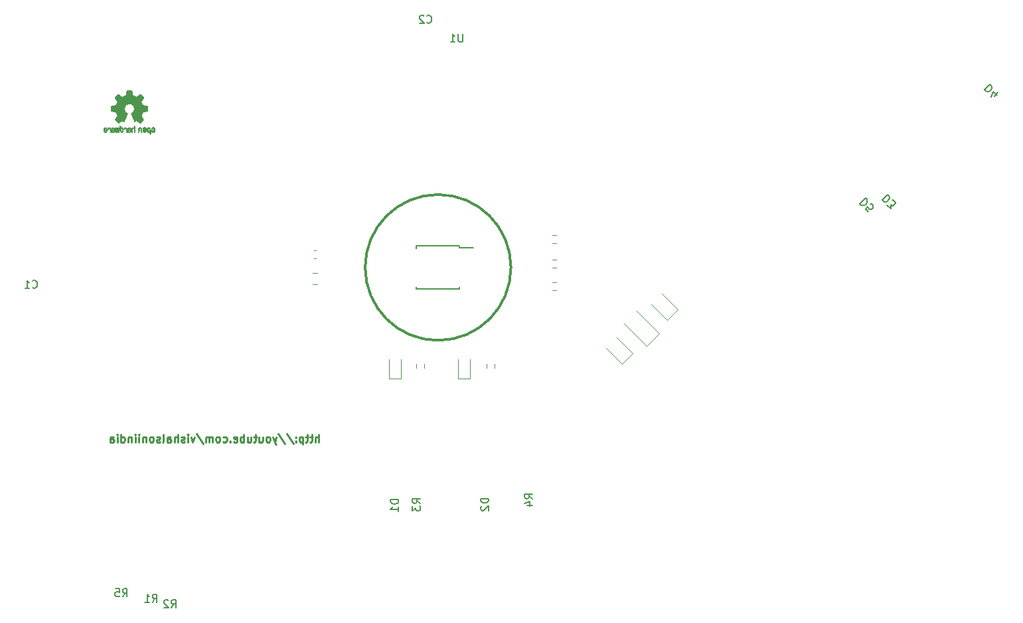
<source format=gbo>
G04 #@! TF.GenerationSoftware,KiCad,Pcbnew,(6.0.1)*
G04 #@! TF.CreationDate,2022-02-01T23:45:27+05:30*
G04 #@! TF.ProjectId,Business card,42757369-6e65-4737-9320-636172642e6b,rev?*
G04 #@! TF.SameCoordinates,Original*
G04 #@! TF.FileFunction,Legend,Bot*
G04 #@! TF.FilePolarity,Positive*
%FSLAX46Y46*%
G04 Gerber Fmt 4.6, Leading zero omitted, Abs format (unit mm)*
G04 Created by KiCad (PCBNEW (6.0.1)) date 2022-02-01 23:45:27*
%MOMM*%
%LPD*%
G01*
G04 APERTURE LIST*
%ADD10C,0.250000*%
%ADD11C,0.300000*%
%ADD12C,0.150000*%
%ADD13C,0.010000*%
%ADD14C,0.120000*%
G04 APERTURE END LIST*
D10*
X60909523Y-97652380D02*
X60909523Y-96652380D01*
X60480952Y-97652380D02*
X60480952Y-97128571D01*
X60528571Y-97033333D01*
X60623809Y-96985714D01*
X60766666Y-96985714D01*
X60861904Y-97033333D01*
X60909523Y-97080952D01*
X60147619Y-96985714D02*
X59766666Y-96985714D01*
X60004761Y-96652380D02*
X60004761Y-97509523D01*
X59957142Y-97604761D01*
X59861904Y-97652380D01*
X59766666Y-97652380D01*
X59576190Y-96985714D02*
X59195238Y-96985714D01*
X59433333Y-96652380D02*
X59433333Y-97509523D01*
X59385714Y-97604761D01*
X59290476Y-97652380D01*
X59195238Y-97652380D01*
X58861904Y-96985714D02*
X58861904Y-97985714D01*
X58861904Y-97033333D02*
X58766666Y-96985714D01*
X58576190Y-96985714D01*
X58480952Y-97033333D01*
X58433333Y-97080952D01*
X58385714Y-97176190D01*
X58385714Y-97461904D01*
X58433333Y-97557142D01*
X58480952Y-97604761D01*
X58576190Y-97652380D01*
X58766666Y-97652380D01*
X58861904Y-97604761D01*
X57957142Y-97557142D02*
X57909523Y-97604761D01*
X57957142Y-97652380D01*
X58004761Y-97604761D01*
X57957142Y-97557142D01*
X57957142Y-97652380D01*
X57957142Y-97033333D02*
X57909523Y-97080952D01*
X57957142Y-97128571D01*
X58004761Y-97080952D01*
X57957142Y-97033333D01*
X57957142Y-97128571D01*
X56766666Y-96604761D02*
X57623809Y-97890476D01*
X55719047Y-96604761D02*
X56576190Y-97890476D01*
X55480952Y-96985714D02*
X55242857Y-97652380D01*
X55004761Y-96985714D02*
X55242857Y-97652380D01*
X55338095Y-97890476D01*
X55385714Y-97938095D01*
X55480952Y-97985714D01*
X54480952Y-97652380D02*
X54576190Y-97604761D01*
X54623809Y-97557142D01*
X54671428Y-97461904D01*
X54671428Y-97176190D01*
X54623809Y-97080952D01*
X54576190Y-97033333D01*
X54480952Y-96985714D01*
X54338095Y-96985714D01*
X54242857Y-97033333D01*
X54195238Y-97080952D01*
X54147619Y-97176190D01*
X54147619Y-97461904D01*
X54195238Y-97557142D01*
X54242857Y-97604761D01*
X54338095Y-97652380D01*
X54480952Y-97652380D01*
X53290476Y-96985714D02*
X53290476Y-97652380D01*
X53719047Y-96985714D02*
X53719047Y-97509523D01*
X53671428Y-97604761D01*
X53576190Y-97652380D01*
X53433333Y-97652380D01*
X53338095Y-97604761D01*
X53290476Y-97557142D01*
X52957142Y-96985714D02*
X52576190Y-96985714D01*
X52814285Y-96652380D02*
X52814285Y-97509523D01*
X52766666Y-97604761D01*
X52671428Y-97652380D01*
X52576190Y-97652380D01*
X51814285Y-96985714D02*
X51814285Y-97652380D01*
X52242857Y-96985714D02*
X52242857Y-97509523D01*
X52195238Y-97604761D01*
X52100000Y-97652380D01*
X51957142Y-97652380D01*
X51861904Y-97604761D01*
X51814285Y-97557142D01*
X51338095Y-97652380D02*
X51338095Y-96652380D01*
X51338095Y-97033333D02*
X51242857Y-96985714D01*
X51052380Y-96985714D01*
X50957142Y-97033333D01*
X50909523Y-97080952D01*
X50861904Y-97176190D01*
X50861904Y-97461904D01*
X50909523Y-97557142D01*
X50957142Y-97604761D01*
X51052380Y-97652380D01*
X51242857Y-97652380D01*
X51338095Y-97604761D01*
X50052380Y-97604761D02*
X50147619Y-97652380D01*
X50338095Y-97652380D01*
X50433333Y-97604761D01*
X50480952Y-97509523D01*
X50480952Y-97128571D01*
X50433333Y-97033333D01*
X50338095Y-96985714D01*
X50147619Y-96985714D01*
X50052380Y-97033333D01*
X50004761Y-97128571D01*
X50004761Y-97223809D01*
X50480952Y-97319047D01*
X49576190Y-97557142D02*
X49528571Y-97604761D01*
X49576190Y-97652380D01*
X49623809Y-97604761D01*
X49576190Y-97557142D01*
X49576190Y-97652380D01*
X48671428Y-97604761D02*
X48766666Y-97652380D01*
X48957142Y-97652380D01*
X49052380Y-97604761D01*
X49100000Y-97557142D01*
X49147619Y-97461904D01*
X49147619Y-97176190D01*
X49100000Y-97080952D01*
X49052380Y-97033333D01*
X48957142Y-96985714D01*
X48766666Y-96985714D01*
X48671428Y-97033333D01*
X48100000Y-97652380D02*
X48195238Y-97604761D01*
X48242857Y-97557142D01*
X48290476Y-97461904D01*
X48290476Y-97176190D01*
X48242857Y-97080952D01*
X48195238Y-97033333D01*
X48100000Y-96985714D01*
X47957142Y-96985714D01*
X47861904Y-97033333D01*
X47814285Y-97080952D01*
X47766666Y-97176190D01*
X47766666Y-97461904D01*
X47814285Y-97557142D01*
X47861904Y-97604761D01*
X47957142Y-97652380D01*
X48100000Y-97652380D01*
X47338095Y-97652380D02*
X47338095Y-96985714D01*
X47338095Y-97080952D02*
X47290476Y-97033333D01*
X47195238Y-96985714D01*
X47052380Y-96985714D01*
X46957142Y-97033333D01*
X46909523Y-97128571D01*
X46909523Y-97652380D01*
X46909523Y-97128571D02*
X46861904Y-97033333D01*
X46766666Y-96985714D01*
X46623809Y-96985714D01*
X46528571Y-97033333D01*
X46480952Y-97128571D01*
X46480952Y-97652380D01*
X45290476Y-96604761D02*
X46147619Y-97890476D01*
X45052380Y-96985714D02*
X44814285Y-97652380D01*
X44576190Y-96985714D01*
X44195238Y-97652380D02*
X44195238Y-96985714D01*
X44195238Y-96652380D02*
X44242857Y-96700000D01*
X44195238Y-96747619D01*
X44147619Y-96700000D01*
X44195238Y-96652380D01*
X44195238Y-96747619D01*
X43766666Y-97604761D02*
X43671428Y-97652380D01*
X43480952Y-97652380D01*
X43385714Y-97604761D01*
X43338095Y-97509523D01*
X43338095Y-97461904D01*
X43385714Y-97366666D01*
X43480952Y-97319047D01*
X43623809Y-97319047D01*
X43719047Y-97271428D01*
X43766666Y-97176190D01*
X43766666Y-97128571D01*
X43719047Y-97033333D01*
X43623809Y-96985714D01*
X43480952Y-96985714D01*
X43385714Y-97033333D01*
X42909523Y-97652380D02*
X42909523Y-96652380D01*
X42480952Y-97652380D02*
X42480952Y-97128571D01*
X42528571Y-97033333D01*
X42623809Y-96985714D01*
X42766666Y-96985714D01*
X42861904Y-97033333D01*
X42909523Y-97080952D01*
X41576190Y-97652380D02*
X41576190Y-97128571D01*
X41623809Y-97033333D01*
X41719047Y-96985714D01*
X41909523Y-96985714D01*
X42004761Y-97033333D01*
X41576190Y-97604761D02*
X41671428Y-97652380D01*
X41909523Y-97652380D01*
X42004761Y-97604761D01*
X42052380Y-97509523D01*
X42052380Y-97414285D01*
X42004761Y-97319047D01*
X41909523Y-97271428D01*
X41671428Y-97271428D01*
X41576190Y-97223809D01*
X40957142Y-97652380D02*
X41052380Y-97604761D01*
X41100000Y-97509523D01*
X41100000Y-96652380D01*
X40623809Y-97604761D02*
X40528571Y-97652380D01*
X40338095Y-97652380D01*
X40242857Y-97604761D01*
X40195238Y-97509523D01*
X40195238Y-97461904D01*
X40242857Y-97366666D01*
X40338095Y-97319047D01*
X40480952Y-97319047D01*
X40576190Y-97271428D01*
X40623809Y-97176190D01*
X40623809Y-97128571D01*
X40576190Y-97033333D01*
X40480952Y-96985714D01*
X40338095Y-96985714D01*
X40242857Y-97033333D01*
X39623809Y-97652380D02*
X39719047Y-97604761D01*
X39766666Y-97557142D01*
X39814285Y-97461904D01*
X39814285Y-97176190D01*
X39766666Y-97080952D01*
X39719047Y-97033333D01*
X39623809Y-96985714D01*
X39480952Y-96985714D01*
X39385714Y-97033333D01*
X39338095Y-97080952D01*
X39290476Y-97176190D01*
X39290476Y-97461904D01*
X39338095Y-97557142D01*
X39385714Y-97604761D01*
X39480952Y-97652380D01*
X39623809Y-97652380D01*
X38861904Y-96985714D02*
X38861904Y-97652380D01*
X38861904Y-97080952D02*
X38814285Y-97033333D01*
X38719047Y-96985714D01*
X38576190Y-96985714D01*
X38480952Y-97033333D01*
X38433333Y-97128571D01*
X38433333Y-97652380D01*
X37957142Y-97652380D02*
X37957142Y-96985714D01*
X37957142Y-96652380D02*
X38004761Y-96700000D01*
X37957142Y-96747619D01*
X37909523Y-96700000D01*
X37957142Y-96652380D01*
X37957142Y-96747619D01*
X37480952Y-97652380D02*
X37480952Y-96985714D01*
X37480952Y-96652380D02*
X37528571Y-96700000D01*
X37480952Y-96747619D01*
X37433333Y-96700000D01*
X37480952Y-96652380D01*
X37480952Y-96747619D01*
X37004761Y-96985714D02*
X37004761Y-97652380D01*
X37004761Y-97080952D02*
X36957142Y-97033333D01*
X36861904Y-96985714D01*
X36719047Y-96985714D01*
X36623809Y-97033333D01*
X36576190Y-97128571D01*
X36576190Y-97652380D01*
X35671428Y-97652380D02*
X35671428Y-96652380D01*
X35671428Y-97604761D02*
X35766666Y-97652380D01*
X35957142Y-97652380D01*
X36052380Y-97604761D01*
X36100000Y-97557142D01*
X36147619Y-97461904D01*
X36147619Y-97176190D01*
X36100000Y-97080952D01*
X36052380Y-97033333D01*
X35957142Y-96985714D01*
X35766666Y-96985714D01*
X35671428Y-97033333D01*
X35195238Y-97652380D02*
X35195238Y-96985714D01*
X35195238Y-96652380D02*
X35242857Y-96700000D01*
X35195238Y-96747619D01*
X35147619Y-96700000D01*
X35195238Y-96652380D01*
X35195238Y-96747619D01*
X34290476Y-97652380D02*
X34290476Y-97128571D01*
X34338095Y-97033333D01*
X34433333Y-96985714D01*
X34623809Y-96985714D01*
X34719047Y-97033333D01*
X34290476Y-97604761D02*
X34385714Y-97652380D01*
X34623809Y-97652380D01*
X34719047Y-97604761D01*
X34766666Y-97509523D01*
X34766666Y-97414285D01*
X34719047Y-97319047D01*
X34623809Y-97271428D01*
X34385714Y-97271428D01*
X34290476Y-97223809D01*
D11*
X85395000Y-75395000D02*
G75*
G03*
X85395000Y-75395000I-9295000J0D01*
G01*
D12*
G04 #@! TO.C,C1*
X24366666Y-77957142D02*
X24414285Y-78004761D01*
X24557142Y-78052380D01*
X24652380Y-78052380D01*
X24795238Y-78004761D01*
X24890476Y-77909523D01*
X24938095Y-77814285D01*
X24985714Y-77623809D01*
X24985714Y-77480952D01*
X24938095Y-77290476D01*
X24890476Y-77195238D01*
X24795238Y-77100000D01*
X24652380Y-77052380D01*
X24557142Y-77052380D01*
X24414285Y-77100000D01*
X24366666Y-77147619D01*
X23414285Y-78052380D02*
X23985714Y-78052380D01*
X23700000Y-78052380D02*
X23700000Y-77052380D01*
X23795238Y-77195238D01*
X23890476Y-77290476D01*
X23985714Y-77338095D01*
G04 #@! TO.C,R5*
X35866666Y-117352380D02*
X36200000Y-116876190D01*
X36438095Y-117352380D02*
X36438095Y-116352380D01*
X36057142Y-116352380D01*
X35961904Y-116400000D01*
X35914285Y-116447619D01*
X35866666Y-116542857D01*
X35866666Y-116685714D01*
X35914285Y-116780952D01*
X35961904Y-116828571D01*
X36057142Y-116876190D01*
X36438095Y-116876190D01*
X34961904Y-116352380D02*
X35438095Y-116352380D01*
X35485714Y-116828571D01*
X35438095Y-116780952D01*
X35342857Y-116733333D01*
X35104761Y-116733333D01*
X35009523Y-116780952D01*
X34961904Y-116828571D01*
X34914285Y-116923809D01*
X34914285Y-117161904D01*
X34961904Y-117257142D01*
X35009523Y-117304761D01*
X35104761Y-117352380D01*
X35342857Y-117352380D01*
X35438095Y-117304761D01*
X35485714Y-117257142D01*
G04 #@! TO.C,U1*
X79261904Y-45652380D02*
X79261904Y-46461904D01*
X79214285Y-46557142D01*
X79166666Y-46604761D01*
X79071428Y-46652380D01*
X78880952Y-46652380D01*
X78785714Y-46604761D01*
X78738095Y-46557142D01*
X78690476Y-46461904D01*
X78690476Y-45652380D01*
X77690476Y-46652380D02*
X78261904Y-46652380D01*
X77976190Y-46652380D02*
X77976190Y-45652380D01*
X78071428Y-45795238D01*
X78166666Y-45890476D01*
X78261904Y-45938095D01*
G04 #@! TO.C,D1*
X71052380Y-104961904D02*
X70052380Y-104961904D01*
X70052380Y-105200000D01*
X70100000Y-105342857D01*
X70195238Y-105438095D01*
X70290476Y-105485714D01*
X70480952Y-105533333D01*
X70623809Y-105533333D01*
X70814285Y-105485714D01*
X70909523Y-105438095D01*
X71004761Y-105342857D01*
X71052380Y-105200000D01*
X71052380Y-104961904D01*
X71052380Y-106485714D02*
X71052380Y-105914285D01*
X71052380Y-106200000D02*
X70052380Y-106200000D01*
X70195238Y-106104761D01*
X70290476Y-106009523D01*
X70338095Y-105914285D01*
G04 #@! TO.C,R4*
X88152380Y-104855833D02*
X87676190Y-104522500D01*
X88152380Y-104284404D02*
X87152380Y-104284404D01*
X87152380Y-104665357D01*
X87200000Y-104760595D01*
X87247619Y-104808214D01*
X87342857Y-104855833D01*
X87485714Y-104855833D01*
X87580952Y-104808214D01*
X87628571Y-104760595D01*
X87676190Y-104665357D01*
X87676190Y-104284404D01*
X87485714Y-105712976D02*
X88152380Y-105712976D01*
X87104761Y-105474880D02*
X87819047Y-105236785D01*
X87819047Y-105855833D01*
G04 #@! TO.C,D4*
X146497970Y-52058206D02*
X145790863Y-52765312D01*
X145959222Y-52933671D01*
X146093909Y-53001015D01*
X146228596Y-53001015D01*
X146329611Y-52967343D01*
X146497970Y-52866328D01*
X146598985Y-52765312D01*
X146700001Y-52596954D01*
X146733672Y-52495938D01*
X146733672Y-52361251D01*
X146666329Y-52226564D01*
X146497970Y-52058206D01*
X147036718Y-53539763D02*
X147508123Y-53068358D01*
X146598985Y-53640778D02*
X146935703Y-52967343D01*
X147373436Y-53405076D01*
G04 #@! TO.C,D3*
X133447059Y-66107296D02*
X132739952Y-66814402D01*
X132908311Y-66982761D01*
X133042998Y-67050105D01*
X133177685Y-67050105D01*
X133278700Y-67016433D01*
X133447059Y-66915418D01*
X133548074Y-66814402D01*
X133649090Y-66646044D01*
X133682761Y-66545028D01*
X133682761Y-66410341D01*
X133615418Y-66275654D01*
X133447059Y-66107296D01*
X133379715Y-67454166D02*
X133817448Y-67891899D01*
X133851120Y-67386822D01*
X133952135Y-67487838D01*
X134053151Y-67521509D01*
X134120494Y-67521509D01*
X134221509Y-67487838D01*
X134389868Y-67319479D01*
X134423540Y-67218464D01*
X134423540Y-67151120D01*
X134389868Y-67050105D01*
X134187838Y-66848074D01*
X134086822Y-66814402D01*
X134019479Y-66814402D01*
G04 #@! TO.C,D2*
X82552380Y-104861904D02*
X81552380Y-104861904D01*
X81552380Y-105100000D01*
X81600000Y-105242857D01*
X81695238Y-105338095D01*
X81790476Y-105385714D01*
X81980952Y-105433333D01*
X82123809Y-105433333D01*
X82314285Y-105385714D01*
X82409523Y-105338095D01*
X82504761Y-105242857D01*
X82552380Y-105100000D01*
X82552380Y-104861904D01*
X81647619Y-105814285D02*
X81600000Y-105861904D01*
X81552380Y-105957142D01*
X81552380Y-106195238D01*
X81600000Y-106290476D01*
X81647619Y-106338095D01*
X81742857Y-106385714D01*
X81838095Y-106385714D01*
X81980952Y-106338095D01*
X82552380Y-105766666D01*
X82552380Y-106385714D01*
G04 #@! TO.C,R3*
X73852380Y-105455833D02*
X73376190Y-105122500D01*
X73852380Y-104884404D02*
X72852380Y-104884404D01*
X72852380Y-105265357D01*
X72900000Y-105360595D01*
X72947619Y-105408214D01*
X73042857Y-105455833D01*
X73185714Y-105455833D01*
X73280952Y-105408214D01*
X73328571Y-105360595D01*
X73376190Y-105265357D01*
X73376190Y-104884404D01*
X72852380Y-105789166D02*
X72852380Y-106408214D01*
X73233333Y-106074880D01*
X73233333Y-106217738D01*
X73280952Y-106312976D01*
X73328571Y-106360595D01*
X73423809Y-106408214D01*
X73661904Y-106408214D01*
X73757142Y-106360595D01*
X73804761Y-106312976D01*
X73852380Y-106217738D01*
X73852380Y-105932023D01*
X73804761Y-105836785D01*
X73757142Y-105789166D01*
G04 #@! TO.C,D5*
X130597969Y-66558206D02*
X129890862Y-67265312D01*
X130059221Y-67433671D01*
X130193908Y-67501015D01*
X130328595Y-67501015D01*
X130429610Y-67467343D01*
X130597969Y-67366328D01*
X130698984Y-67265312D01*
X130800000Y-67096954D01*
X130833671Y-66995938D01*
X130833671Y-66861251D01*
X130766328Y-66726564D01*
X130597969Y-66558206D01*
X130934687Y-68309137D02*
X130597969Y-67972419D01*
X130901015Y-67602030D01*
X130901015Y-67669374D01*
X130934687Y-67770389D01*
X131103045Y-67938748D01*
X131204061Y-67972419D01*
X131271404Y-67972419D01*
X131372419Y-67938748D01*
X131540778Y-67770389D01*
X131574450Y-67669374D01*
X131574450Y-67602030D01*
X131540778Y-67501015D01*
X131372419Y-67332656D01*
X131271404Y-67298984D01*
X131204061Y-67298984D01*
G04 #@! TO.C,R1*
X39666666Y-118052380D02*
X40000000Y-117576190D01*
X40238095Y-118052380D02*
X40238095Y-117052380D01*
X39857142Y-117052380D01*
X39761904Y-117100000D01*
X39714285Y-117147619D01*
X39666666Y-117242857D01*
X39666666Y-117385714D01*
X39714285Y-117480952D01*
X39761904Y-117528571D01*
X39857142Y-117576190D01*
X40238095Y-117576190D01*
X38714285Y-118052380D02*
X39285714Y-118052380D01*
X39000000Y-118052380D02*
X39000000Y-117052380D01*
X39095238Y-117195238D01*
X39190476Y-117290476D01*
X39285714Y-117338095D01*
G04 #@! TO.C,R2*
X42066666Y-118752380D02*
X42400000Y-118276190D01*
X42638095Y-118752380D02*
X42638095Y-117752380D01*
X42257142Y-117752380D01*
X42161904Y-117800000D01*
X42114285Y-117847619D01*
X42066666Y-117942857D01*
X42066666Y-118085714D01*
X42114285Y-118180952D01*
X42161904Y-118228571D01*
X42257142Y-118276190D01*
X42638095Y-118276190D01*
X41685714Y-117847619D02*
X41638095Y-117800000D01*
X41542857Y-117752380D01*
X41304761Y-117752380D01*
X41209523Y-117800000D01*
X41161904Y-117847619D01*
X41114285Y-117942857D01*
X41114285Y-118038095D01*
X41161904Y-118180952D01*
X41733333Y-118752380D01*
X41114285Y-118752380D01*
G04 #@! TO.C,C2*
X74666666Y-44157142D02*
X74714285Y-44204761D01*
X74857142Y-44252380D01*
X74952380Y-44252380D01*
X75095238Y-44204761D01*
X75190476Y-44109523D01*
X75238095Y-44014285D01*
X75285714Y-43823809D01*
X75285714Y-43680952D01*
X75238095Y-43490476D01*
X75190476Y-43395238D01*
X75095238Y-43300000D01*
X74952380Y-43252380D01*
X74857142Y-43252380D01*
X74714285Y-43300000D01*
X74666666Y-43347619D01*
X74285714Y-43347619D02*
X74238095Y-43300000D01*
X74142857Y-43252380D01*
X73904761Y-43252380D01*
X73809523Y-43300000D01*
X73761904Y-43347619D01*
X73714285Y-43442857D01*
X73714285Y-43538095D01*
X73761904Y-43680952D01*
X74333333Y-44252380D01*
X73714285Y-44252380D01*
D13*
G04 #@! TO.C,REF\u002A\u002A*
X34920167Y-57558663D02*
X34917952Y-57596850D01*
X34917952Y-57596850D02*
X34916216Y-57654886D01*
X34916216Y-57654886D02*
X34915101Y-57728180D01*
X34915101Y-57728180D02*
X34914743Y-57805055D01*
X34914743Y-57805055D02*
X34914743Y-58065196D01*
X34914743Y-58065196D02*
X34960674Y-58111127D01*
X34960674Y-58111127D02*
X34992325Y-58139429D01*
X34992325Y-58139429D02*
X35020110Y-58150893D01*
X35020110Y-58150893D02*
X35058085Y-58150168D01*
X35058085Y-58150168D02*
X35073160Y-58148321D01*
X35073160Y-58148321D02*
X35120274Y-58142948D01*
X35120274Y-58142948D02*
X35159244Y-58139869D01*
X35159244Y-58139869D02*
X35168743Y-58139585D01*
X35168743Y-58139585D02*
X35200767Y-58141445D01*
X35200767Y-58141445D02*
X35246568Y-58146114D01*
X35246568Y-58146114D02*
X35264326Y-58148321D01*
X35264326Y-58148321D02*
X35307943Y-58151735D01*
X35307943Y-58151735D02*
X35337255Y-58144320D01*
X35337255Y-58144320D02*
X35366320Y-58121427D01*
X35366320Y-58121427D02*
X35376812Y-58111127D01*
X35376812Y-58111127D02*
X35422743Y-58065196D01*
X35422743Y-58065196D02*
X35422743Y-57578602D01*
X35422743Y-57578602D02*
X35385774Y-57561758D01*
X35385774Y-57561758D02*
X35353941Y-57549282D01*
X35353941Y-57549282D02*
X35335317Y-57544914D01*
X35335317Y-57544914D02*
X35330542Y-57558718D01*
X35330542Y-57558718D02*
X35326079Y-57597286D01*
X35326079Y-57597286D02*
X35322225Y-57656356D01*
X35322225Y-57656356D02*
X35319278Y-57731663D01*
X35319278Y-57731663D02*
X35317857Y-57795286D01*
X35317857Y-57795286D02*
X35313886Y-58045657D01*
X35313886Y-58045657D02*
X35279241Y-58050556D01*
X35279241Y-58050556D02*
X35247732Y-58047131D01*
X35247732Y-58047131D02*
X35232292Y-58036041D01*
X35232292Y-58036041D02*
X35227977Y-58015308D01*
X35227977Y-58015308D02*
X35224292Y-57971145D01*
X35224292Y-57971145D02*
X35221531Y-57909146D01*
X35221531Y-57909146D02*
X35219988Y-57834909D01*
X35219988Y-57834909D02*
X35219765Y-57796706D01*
X35219765Y-57796706D02*
X35219543Y-57576783D01*
X35219543Y-57576783D02*
X35173834Y-57560849D01*
X35173834Y-57560849D02*
X35141482Y-57550015D01*
X35141482Y-57550015D02*
X35123885Y-57544962D01*
X35123885Y-57544962D02*
X35123377Y-57544914D01*
X35123377Y-57544914D02*
X35121612Y-57558648D01*
X35121612Y-57558648D02*
X35119671Y-57596730D01*
X35119671Y-57596730D02*
X35117718Y-57654482D01*
X35117718Y-57654482D02*
X35115916Y-57727227D01*
X35115916Y-57727227D02*
X35114657Y-57795286D01*
X35114657Y-57795286D02*
X35110686Y-58045657D01*
X35110686Y-58045657D02*
X35023600Y-58045657D01*
X35023600Y-58045657D02*
X35019604Y-57817240D01*
X35019604Y-57817240D02*
X35015608Y-57588822D01*
X35015608Y-57588822D02*
X34973153Y-57566868D01*
X34973153Y-57566868D02*
X34941808Y-57551793D01*
X34941808Y-57551793D02*
X34923256Y-57544951D01*
X34923256Y-57544951D02*
X34922721Y-57544914D01*
X34922721Y-57544914D02*
X34920167Y-57558663D01*
X34920167Y-57558663D02*
X34920167Y-57558663D01*
G36*
X35353941Y-57549282D02*
G01*
X35385774Y-57561758D01*
X35422743Y-57578602D01*
X35422743Y-58065196D01*
X35376812Y-58111127D01*
X35366320Y-58121427D01*
X35337255Y-58144320D01*
X35307943Y-58151735D01*
X35264326Y-58148321D01*
X35246568Y-58146114D01*
X35200767Y-58141445D01*
X35168743Y-58139585D01*
X35159244Y-58139869D01*
X35120274Y-58142948D01*
X35073160Y-58148321D01*
X35058085Y-58150168D01*
X35020110Y-58150893D01*
X34992325Y-58139429D01*
X34960674Y-58111127D01*
X34914743Y-58065196D01*
X34914743Y-57805055D01*
X34915101Y-57728180D01*
X34916216Y-57654886D01*
X34917952Y-57596850D01*
X34920167Y-57558663D01*
X34922721Y-57544914D01*
X34923256Y-57544951D01*
X34941808Y-57551793D01*
X34973153Y-57566868D01*
X35015608Y-57588822D01*
X35019604Y-57817240D01*
X35023600Y-58045657D01*
X35110686Y-58045657D01*
X35114657Y-57795286D01*
X35115916Y-57727227D01*
X35117718Y-57654482D01*
X35119671Y-57596730D01*
X35121612Y-57558648D01*
X35123377Y-57544914D01*
X35123885Y-57544962D01*
X35141482Y-57550015D01*
X35173834Y-57560849D01*
X35219543Y-57576783D01*
X35219765Y-57796706D01*
X35219988Y-57834909D01*
X35221531Y-57909146D01*
X35224292Y-57971145D01*
X35227977Y-58015308D01*
X35232292Y-58036041D01*
X35247732Y-58047131D01*
X35279241Y-58050556D01*
X35313886Y-58045657D01*
X35317857Y-57795286D01*
X35319278Y-57731663D01*
X35322225Y-57656356D01*
X35326079Y-57597286D01*
X35330542Y-57558718D01*
X35335317Y-57544914D01*
X35353941Y-57549282D01*
G37*
X35353941Y-57549282D02*
X35385774Y-57561758D01*
X35422743Y-57578602D01*
X35422743Y-58065196D01*
X35376812Y-58111127D01*
X35366320Y-58121427D01*
X35337255Y-58144320D01*
X35307943Y-58151735D01*
X35264326Y-58148321D01*
X35246568Y-58146114D01*
X35200767Y-58141445D01*
X35168743Y-58139585D01*
X35159244Y-58139869D01*
X35120274Y-58142948D01*
X35073160Y-58148321D01*
X35058085Y-58150168D01*
X35020110Y-58150893D01*
X34992325Y-58139429D01*
X34960674Y-58111127D01*
X34914743Y-58065196D01*
X34914743Y-57805055D01*
X34915101Y-57728180D01*
X34916216Y-57654886D01*
X34917952Y-57596850D01*
X34920167Y-57558663D01*
X34922721Y-57544914D01*
X34923256Y-57544951D01*
X34941808Y-57551793D01*
X34973153Y-57566868D01*
X35015608Y-57588822D01*
X35019604Y-57817240D01*
X35023600Y-58045657D01*
X35110686Y-58045657D01*
X35114657Y-57795286D01*
X35115916Y-57727227D01*
X35117718Y-57654482D01*
X35119671Y-57596730D01*
X35121612Y-57558648D01*
X35123377Y-57544914D01*
X35123885Y-57544962D01*
X35141482Y-57550015D01*
X35173834Y-57560849D01*
X35219543Y-57576783D01*
X35219765Y-57796706D01*
X35219988Y-57834909D01*
X35221531Y-57909146D01*
X35224292Y-57971145D01*
X35227977Y-58015308D01*
X35232292Y-58036041D01*
X35247732Y-58047131D01*
X35279241Y-58050556D01*
X35313886Y-58045657D01*
X35317857Y-57795286D01*
X35319278Y-57731663D01*
X35322225Y-57656356D01*
X35326079Y-57597286D01*
X35330542Y-57558718D01*
X35335317Y-57544914D01*
X35353941Y-57549282D01*
X39658885Y-57521962D02*
X39590855Y-57557733D01*
X39590855Y-57557733D02*
X39540649Y-57615301D01*
X39540649Y-57615301D02*
X39522815Y-57652312D01*
X39522815Y-57652312D02*
X39508937Y-57707882D01*
X39508937Y-57707882D02*
X39501833Y-57778096D01*
X39501833Y-57778096D02*
X39501160Y-57854727D01*
X39501160Y-57854727D02*
X39506573Y-57929552D01*
X39506573Y-57929552D02*
X39517730Y-57994342D01*
X39517730Y-57994342D02*
X39534286Y-58040873D01*
X39534286Y-58040873D02*
X39539374Y-58048887D01*
X39539374Y-58048887D02*
X39599645Y-58108707D01*
X39599645Y-58108707D02*
X39671231Y-58144535D01*
X39671231Y-58144535D02*
X39748908Y-58155020D01*
X39748908Y-58155020D02*
X39827452Y-58138810D01*
X39827452Y-58138810D02*
X39849311Y-58129092D01*
X39849311Y-58129092D02*
X39891878Y-58099143D01*
X39891878Y-58099143D02*
X39929237Y-58059433D01*
X39929237Y-58059433D02*
X39932768Y-58054397D01*
X39932768Y-58054397D02*
X39947119Y-58030124D01*
X39947119Y-58030124D02*
X39956606Y-58004178D01*
X39956606Y-58004178D02*
X39962210Y-57970022D01*
X39962210Y-57970022D02*
X39964914Y-57921119D01*
X39964914Y-57921119D02*
X39965701Y-57850935D01*
X39965701Y-57850935D02*
X39965714Y-57835200D01*
X39965714Y-57835200D02*
X39965678Y-57830192D01*
X39965678Y-57830192D02*
X39820571Y-57830192D01*
X39820571Y-57830192D02*
X39819727Y-57896430D01*
X39819727Y-57896430D02*
X39816404Y-57940386D01*
X39816404Y-57940386D02*
X39809417Y-57968779D01*
X39809417Y-57968779D02*
X39797584Y-57988325D01*
X39797584Y-57988325D02*
X39791543Y-57994857D01*
X39791543Y-57994857D02*
X39756814Y-58019680D01*
X39756814Y-58019680D02*
X39723097Y-58018548D01*
X39723097Y-58018548D02*
X39689005Y-57997016D01*
X39689005Y-57997016D02*
X39668671Y-57974029D01*
X39668671Y-57974029D02*
X39656629Y-57940478D01*
X39656629Y-57940478D02*
X39649866Y-57887569D01*
X39649866Y-57887569D02*
X39649402Y-57881399D01*
X39649402Y-57881399D02*
X39648248Y-57785513D01*
X39648248Y-57785513D02*
X39660312Y-57714299D01*
X39660312Y-57714299D02*
X39685430Y-57668194D01*
X39685430Y-57668194D02*
X39723440Y-57647635D01*
X39723440Y-57647635D02*
X39737008Y-57646514D01*
X39737008Y-57646514D02*
X39772636Y-57652152D01*
X39772636Y-57652152D02*
X39797006Y-57671686D01*
X39797006Y-57671686D02*
X39811907Y-57709042D01*
X39811907Y-57709042D02*
X39819125Y-57768150D01*
X39819125Y-57768150D02*
X39820571Y-57830192D01*
X39820571Y-57830192D02*
X39965678Y-57830192D01*
X39965678Y-57830192D02*
X39965174Y-57760413D01*
X39965174Y-57760413D02*
X39962904Y-57708159D01*
X39962904Y-57708159D02*
X39957932Y-57671949D01*
X39957932Y-57671949D02*
X39949287Y-57645299D01*
X39949287Y-57645299D02*
X39935995Y-57621722D01*
X39935995Y-57621722D02*
X39933057Y-57617338D01*
X39933057Y-57617338D02*
X39883687Y-57558249D01*
X39883687Y-57558249D02*
X39829891Y-57523947D01*
X39829891Y-57523947D02*
X39764398Y-57510331D01*
X39764398Y-57510331D02*
X39742158Y-57509665D01*
X39742158Y-57509665D02*
X39658885Y-57521962D01*
X39658885Y-57521962D02*
X39658885Y-57521962D01*
G36*
X39965701Y-57850935D02*
G01*
X39964914Y-57921119D01*
X39962210Y-57970022D01*
X39956606Y-58004178D01*
X39947119Y-58030124D01*
X39932768Y-58054397D01*
X39929237Y-58059433D01*
X39891878Y-58099143D01*
X39849311Y-58129092D01*
X39827452Y-58138810D01*
X39748908Y-58155020D01*
X39671231Y-58144535D01*
X39599645Y-58108707D01*
X39539374Y-58048887D01*
X39534286Y-58040873D01*
X39517730Y-57994342D01*
X39506573Y-57929552D01*
X39501160Y-57854727D01*
X39501768Y-57785513D01*
X39648248Y-57785513D01*
X39649402Y-57881399D01*
X39649866Y-57887569D01*
X39656629Y-57940478D01*
X39668671Y-57974029D01*
X39689005Y-57997016D01*
X39723097Y-58018548D01*
X39756814Y-58019680D01*
X39791543Y-57994857D01*
X39797584Y-57988325D01*
X39809417Y-57968779D01*
X39816404Y-57940386D01*
X39819727Y-57896430D01*
X39820571Y-57830192D01*
X39819125Y-57768150D01*
X39811907Y-57709042D01*
X39797006Y-57671686D01*
X39772636Y-57652152D01*
X39737008Y-57646514D01*
X39723440Y-57647635D01*
X39685430Y-57668194D01*
X39660312Y-57714299D01*
X39648248Y-57785513D01*
X39501768Y-57785513D01*
X39501833Y-57778096D01*
X39508937Y-57707882D01*
X39522815Y-57652312D01*
X39540649Y-57615301D01*
X39590855Y-57557733D01*
X39658885Y-57521962D01*
X39742158Y-57509665D01*
X39764398Y-57510331D01*
X39829891Y-57523947D01*
X39883687Y-57558249D01*
X39933057Y-57617338D01*
X39935995Y-57621722D01*
X39949287Y-57645299D01*
X39957932Y-57671949D01*
X39962904Y-57708159D01*
X39965174Y-57760413D01*
X39965678Y-57830192D01*
X39965714Y-57835200D01*
X39965701Y-57850935D01*
G37*
X39965701Y-57850935D02*
X39964914Y-57921119D01*
X39962210Y-57970022D01*
X39956606Y-58004178D01*
X39947119Y-58030124D01*
X39932768Y-58054397D01*
X39929237Y-58059433D01*
X39891878Y-58099143D01*
X39849311Y-58129092D01*
X39827452Y-58138810D01*
X39748908Y-58155020D01*
X39671231Y-58144535D01*
X39599645Y-58108707D01*
X39539374Y-58048887D01*
X39534286Y-58040873D01*
X39517730Y-57994342D01*
X39506573Y-57929552D01*
X39501160Y-57854727D01*
X39501768Y-57785513D01*
X39648248Y-57785513D01*
X39649402Y-57881399D01*
X39649866Y-57887569D01*
X39656629Y-57940478D01*
X39668671Y-57974029D01*
X39689005Y-57997016D01*
X39723097Y-58018548D01*
X39756814Y-58019680D01*
X39791543Y-57994857D01*
X39797584Y-57988325D01*
X39809417Y-57968779D01*
X39816404Y-57940386D01*
X39819727Y-57896430D01*
X39820571Y-57830192D01*
X39819125Y-57768150D01*
X39811907Y-57709042D01*
X39797006Y-57671686D01*
X39772636Y-57652152D01*
X39737008Y-57646514D01*
X39723440Y-57647635D01*
X39685430Y-57668194D01*
X39660312Y-57714299D01*
X39648248Y-57785513D01*
X39501768Y-57785513D01*
X39501833Y-57778096D01*
X39508937Y-57707882D01*
X39522815Y-57652312D01*
X39540649Y-57615301D01*
X39590855Y-57557733D01*
X39658885Y-57521962D01*
X39742158Y-57509665D01*
X39764398Y-57510331D01*
X39829891Y-57523947D01*
X39883687Y-57558249D01*
X39933057Y-57617338D01*
X39935995Y-57621722D01*
X39949287Y-57645299D01*
X39957932Y-57671949D01*
X39962904Y-57708159D01*
X39965174Y-57760413D01*
X39965678Y-57830192D01*
X39965714Y-57835200D01*
X39965701Y-57850935D01*
X33546405Y-57566966D02*
X33488979Y-57604497D01*
X33488979Y-57604497D02*
X33461281Y-57638096D01*
X33461281Y-57638096D02*
X33439338Y-57699064D01*
X33439338Y-57699064D02*
X33437595Y-57747308D01*
X33437595Y-57747308D02*
X33441543Y-57811816D01*
X33441543Y-57811816D02*
X33590314Y-57876934D01*
X33590314Y-57876934D02*
X33662651Y-57910202D01*
X33662651Y-57910202D02*
X33709916Y-57936964D01*
X33709916Y-57936964D02*
X33734493Y-57960144D01*
X33734493Y-57960144D02*
X33738763Y-57982667D01*
X33738763Y-57982667D02*
X33725111Y-58007455D01*
X33725111Y-58007455D02*
X33710057Y-58023886D01*
X33710057Y-58023886D02*
X33666254Y-58050235D01*
X33666254Y-58050235D02*
X33618611Y-58052081D01*
X33618611Y-58052081D02*
X33574855Y-58031546D01*
X33574855Y-58031546D02*
X33542711Y-57990752D01*
X33542711Y-57990752D02*
X33536962Y-57976347D01*
X33536962Y-57976347D02*
X33509424Y-57931356D01*
X33509424Y-57931356D02*
X33477742Y-57912182D01*
X33477742Y-57912182D02*
X33434286Y-57895779D01*
X33434286Y-57895779D02*
X33434286Y-57957966D01*
X33434286Y-57957966D02*
X33438128Y-58000283D01*
X33438128Y-58000283D02*
X33453177Y-58035969D01*
X33453177Y-58035969D02*
X33484720Y-58076943D01*
X33484720Y-58076943D02*
X33489408Y-58082267D01*
X33489408Y-58082267D02*
X33524494Y-58118720D01*
X33524494Y-58118720D02*
X33554653Y-58138283D01*
X33554653Y-58138283D02*
X33592385Y-58147283D01*
X33592385Y-58147283D02*
X33623665Y-58150230D01*
X33623665Y-58150230D02*
X33679615Y-58150965D01*
X33679615Y-58150965D02*
X33719445Y-58141660D01*
X33719445Y-58141660D02*
X33744292Y-58127846D01*
X33744292Y-58127846D02*
X33783344Y-58097467D01*
X33783344Y-58097467D02*
X33810375Y-58064613D01*
X33810375Y-58064613D02*
X33827483Y-58023294D01*
X33827483Y-58023294D02*
X33836762Y-57967521D01*
X33836762Y-57967521D02*
X33840307Y-57891305D01*
X33840307Y-57891305D02*
X33840590Y-57852622D01*
X33840590Y-57852622D02*
X33839628Y-57806247D01*
X33839628Y-57806247D02*
X33751993Y-57806247D01*
X33751993Y-57806247D02*
X33750977Y-57831126D01*
X33750977Y-57831126D02*
X33748444Y-57835200D01*
X33748444Y-57835200D02*
X33731726Y-57829665D01*
X33731726Y-57829665D02*
X33695751Y-57815017D01*
X33695751Y-57815017D02*
X33647669Y-57794190D01*
X33647669Y-57794190D02*
X33637614Y-57789714D01*
X33637614Y-57789714D02*
X33576848Y-57758814D01*
X33576848Y-57758814D02*
X33543368Y-57731657D01*
X33543368Y-57731657D02*
X33536010Y-57706220D01*
X33536010Y-57706220D02*
X33553609Y-57680481D01*
X33553609Y-57680481D02*
X33568144Y-57669109D01*
X33568144Y-57669109D02*
X33620590Y-57646364D01*
X33620590Y-57646364D02*
X33669678Y-57650122D01*
X33669678Y-57650122D02*
X33710773Y-57677884D01*
X33710773Y-57677884D02*
X33739242Y-57727152D01*
X33739242Y-57727152D02*
X33748369Y-57766257D01*
X33748369Y-57766257D02*
X33751993Y-57806247D01*
X33751993Y-57806247D02*
X33839628Y-57806247D01*
X33839628Y-57806247D02*
X33838715Y-57762249D01*
X33838715Y-57762249D02*
X33831804Y-57695384D01*
X33831804Y-57695384D02*
X33818116Y-57646695D01*
X33818116Y-57646695D02*
X33795904Y-57610849D01*
X33795904Y-57610849D02*
X33763426Y-57582513D01*
X33763426Y-57582513D02*
X33749267Y-57573355D01*
X33749267Y-57573355D02*
X33684947Y-57549507D01*
X33684947Y-57549507D02*
X33614527Y-57548006D01*
X33614527Y-57548006D02*
X33546405Y-57566966D01*
X33546405Y-57566966D02*
X33546405Y-57566966D01*
G36*
X33840307Y-57891305D02*
G01*
X33836762Y-57967521D01*
X33827483Y-58023294D01*
X33810375Y-58064613D01*
X33783344Y-58097467D01*
X33744292Y-58127846D01*
X33719445Y-58141660D01*
X33679615Y-58150965D01*
X33623665Y-58150230D01*
X33592385Y-58147283D01*
X33554653Y-58138283D01*
X33524494Y-58118720D01*
X33489408Y-58082267D01*
X33484720Y-58076943D01*
X33453177Y-58035969D01*
X33438128Y-58000283D01*
X33434286Y-57957966D01*
X33434286Y-57895779D01*
X33477742Y-57912182D01*
X33509424Y-57931356D01*
X33536962Y-57976347D01*
X33542711Y-57990752D01*
X33574855Y-58031546D01*
X33618611Y-58052081D01*
X33666254Y-58050235D01*
X33710057Y-58023886D01*
X33725111Y-58007455D01*
X33738763Y-57982667D01*
X33734493Y-57960144D01*
X33709916Y-57936964D01*
X33662651Y-57910202D01*
X33590314Y-57876934D01*
X33441543Y-57811816D01*
X33437595Y-57747308D01*
X33439079Y-57706220D01*
X33536010Y-57706220D01*
X33543368Y-57731657D01*
X33576848Y-57758814D01*
X33637614Y-57789714D01*
X33647669Y-57794190D01*
X33695751Y-57815017D01*
X33731726Y-57829665D01*
X33748444Y-57835200D01*
X33750977Y-57831126D01*
X33751993Y-57806247D01*
X33748369Y-57766257D01*
X33739242Y-57727152D01*
X33710773Y-57677884D01*
X33669678Y-57650122D01*
X33620590Y-57646364D01*
X33568144Y-57669109D01*
X33553609Y-57680481D01*
X33536010Y-57706220D01*
X33439079Y-57706220D01*
X33439338Y-57699064D01*
X33461281Y-57638096D01*
X33488979Y-57604497D01*
X33546405Y-57566966D01*
X33614527Y-57548006D01*
X33684947Y-57549507D01*
X33749267Y-57573355D01*
X33763426Y-57582513D01*
X33795904Y-57610849D01*
X33818116Y-57646695D01*
X33831804Y-57695384D01*
X33838715Y-57762249D01*
X33839628Y-57806247D01*
X33840590Y-57852622D01*
X33840307Y-57891305D01*
G37*
X33840307Y-57891305D02*
X33836762Y-57967521D01*
X33827483Y-58023294D01*
X33810375Y-58064613D01*
X33783344Y-58097467D01*
X33744292Y-58127846D01*
X33719445Y-58141660D01*
X33679615Y-58150965D01*
X33623665Y-58150230D01*
X33592385Y-58147283D01*
X33554653Y-58138283D01*
X33524494Y-58118720D01*
X33489408Y-58082267D01*
X33484720Y-58076943D01*
X33453177Y-58035969D01*
X33438128Y-58000283D01*
X33434286Y-57957966D01*
X33434286Y-57895779D01*
X33477742Y-57912182D01*
X33509424Y-57931356D01*
X33536962Y-57976347D01*
X33542711Y-57990752D01*
X33574855Y-58031546D01*
X33618611Y-58052081D01*
X33666254Y-58050235D01*
X33710057Y-58023886D01*
X33725111Y-58007455D01*
X33738763Y-57982667D01*
X33734493Y-57960144D01*
X33709916Y-57936964D01*
X33662651Y-57910202D01*
X33590314Y-57876934D01*
X33441543Y-57811816D01*
X33437595Y-57747308D01*
X33439079Y-57706220D01*
X33536010Y-57706220D01*
X33543368Y-57731657D01*
X33576848Y-57758814D01*
X33637614Y-57789714D01*
X33647669Y-57794190D01*
X33695751Y-57815017D01*
X33731726Y-57829665D01*
X33748444Y-57835200D01*
X33750977Y-57831126D01*
X33751993Y-57806247D01*
X33748369Y-57766257D01*
X33739242Y-57727152D01*
X33710773Y-57677884D01*
X33669678Y-57650122D01*
X33620590Y-57646364D01*
X33568144Y-57669109D01*
X33553609Y-57680481D01*
X33536010Y-57706220D01*
X33439079Y-57706220D01*
X33439338Y-57699064D01*
X33461281Y-57638096D01*
X33488979Y-57604497D01*
X33546405Y-57566966D01*
X33614527Y-57548006D01*
X33684947Y-57549507D01*
X33749267Y-57573355D01*
X33763426Y-57582513D01*
X33795904Y-57610849D01*
X33818116Y-57646695D01*
X33831804Y-57695384D01*
X33838715Y-57762249D01*
X33839628Y-57806247D01*
X33840590Y-57852622D01*
X33840307Y-57891305D01*
X37983907Y-57527780D02*
X37937328Y-57554723D01*
X37937328Y-57554723D02*
X37904943Y-57581466D01*
X37904943Y-57581466D02*
X37881258Y-57609484D01*
X37881258Y-57609484D02*
X37864941Y-57643748D01*
X37864941Y-57643748D02*
X37854661Y-57689227D01*
X37854661Y-57689227D02*
X37849086Y-57750892D01*
X37849086Y-57750892D02*
X37846884Y-57833711D01*
X37846884Y-57833711D02*
X37846629Y-57893246D01*
X37846629Y-57893246D02*
X37846629Y-58112391D01*
X37846629Y-58112391D02*
X37908314Y-58140044D01*
X37908314Y-58140044D02*
X37970000Y-58167697D01*
X37970000Y-58167697D02*
X37977257Y-57927670D01*
X37977257Y-57927670D02*
X37980256Y-57838028D01*
X37980256Y-57838028D02*
X37983402Y-57772962D01*
X37983402Y-57772962D02*
X37987299Y-57728026D01*
X37987299Y-57728026D02*
X37992553Y-57698770D01*
X37992553Y-57698770D02*
X37999769Y-57680748D01*
X37999769Y-57680748D02*
X38009550Y-57669511D01*
X38009550Y-57669511D02*
X38012688Y-57667079D01*
X38012688Y-57667079D02*
X38060239Y-57648083D01*
X38060239Y-57648083D02*
X38108303Y-57655600D01*
X38108303Y-57655600D02*
X38136914Y-57675543D01*
X38136914Y-57675543D02*
X38148553Y-57689675D01*
X38148553Y-57689675D02*
X38156609Y-57708220D01*
X38156609Y-57708220D02*
X38161729Y-57736334D01*
X38161729Y-57736334D02*
X38164559Y-57779173D01*
X38164559Y-57779173D02*
X38165744Y-57841895D01*
X38165744Y-57841895D02*
X38165943Y-57907261D01*
X38165943Y-57907261D02*
X38165982Y-57989268D01*
X38165982Y-57989268D02*
X38167386Y-58047316D01*
X38167386Y-58047316D02*
X38172086Y-58086465D01*
X38172086Y-58086465D02*
X38182013Y-58111780D01*
X38182013Y-58111780D02*
X38199097Y-58128323D01*
X38199097Y-58128323D02*
X38225268Y-58141156D01*
X38225268Y-58141156D02*
X38260225Y-58154491D01*
X38260225Y-58154491D02*
X38298404Y-58169007D01*
X38298404Y-58169007D02*
X38293859Y-57911389D01*
X38293859Y-57911389D02*
X38292029Y-57818519D01*
X38292029Y-57818519D02*
X38289888Y-57749889D01*
X38289888Y-57749889D02*
X38286819Y-57700711D01*
X38286819Y-57700711D02*
X38282206Y-57666198D01*
X38282206Y-57666198D02*
X38275432Y-57641562D01*
X38275432Y-57641562D02*
X38265881Y-57622016D01*
X38265881Y-57622016D02*
X38254366Y-57604770D01*
X38254366Y-57604770D02*
X38198810Y-57549680D01*
X38198810Y-57549680D02*
X38131020Y-57517822D01*
X38131020Y-57517822D02*
X38057287Y-57510191D01*
X38057287Y-57510191D02*
X37983907Y-57527780D01*
X37983907Y-57527780D02*
X37983907Y-57527780D01*
G36*
X38131020Y-57517822D02*
G01*
X38198810Y-57549680D01*
X38254366Y-57604770D01*
X38265881Y-57622016D01*
X38275432Y-57641562D01*
X38282206Y-57666198D01*
X38286819Y-57700711D01*
X38289888Y-57749889D01*
X38292029Y-57818519D01*
X38293859Y-57911389D01*
X38298404Y-58169007D01*
X38260225Y-58154491D01*
X38225268Y-58141156D01*
X38199097Y-58128323D01*
X38182013Y-58111780D01*
X38172086Y-58086465D01*
X38167386Y-58047316D01*
X38165982Y-57989268D01*
X38165943Y-57907261D01*
X38165744Y-57841895D01*
X38164559Y-57779173D01*
X38161729Y-57736334D01*
X38156609Y-57708220D01*
X38148553Y-57689675D01*
X38136914Y-57675543D01*
X38108303Y-57655600D01*
X38060239Y-57648083D01*
X38012688Y-57667079D01*
X38009550Y-57669511D01*
X37999769Y-57680748D01*
X37992553Y-57698770D01*
X37987299Y-57728026D01*
X37983402Y-57772962D01*
X37980256Y-57838028D01*
X37977257Y-57927670D01*
X37970000Y-58167697D01*
X37908314Y-58140044D01*
X37846629Y-58112391D01*
X37846629Y-57893246D01*
X37846884Y-57833711D01*
X37849086Y-57750892D01*
X37854661Y-57689227D01*
X37864941Y-57643748D01*
X37881258Y-57609484D01*
X37904943Y-57581466D01*
X37937328Y-57554723D01*
X37983907Y-57527780D01*
X38057287Y-57510191D01*
X38131020Y-57517822D01*
G37*
X38131020Y-57517822D02*
X38198810Y-57549680D01*
X38254366Y-57604770D01*
X38265881Y-57622016D01*
X38275432Y-57641562D01*
X38282206Y-57666198D01*
X38286819Y-57700711D01*
X38289888Y-57749889D01*
X38292029Y-57818519D01*
X38293859Y-57911389D01*
X38298404Y-58169007D01*
X38260225Y-58154491D01*
X38225268Y-58141156D01*
X38199097Y-58128323D01*
X38182013Y-58111780D01*
X38172086Y-58086465D01*
X38167386Y-58047316D01*
X38165982Y-57989268D01*
X38165943Y-57907261D01*
X38165744Y-57841895D01*
X38164559Y-57779173D01*
X38161729Y-57736334D01*
X38156609Y-57708220D01*
X38148553Y-57689675D01*
X38136914Y-57675543D01*
X38108303Y-57655600D01*
X38060239Y-57648083D01*
X38012688Y-57667079D01*
X38009550Y-57669511D01*
X37999769Y-57680748D01*
X37992553Y-57698770D01*
X37987299Y-57728026D01*
X37983402Y-57772962D01*
X37980256Y-57838028D01*
X37977257Y-57927670D01*
X37970000Y-58167697D01*
X37908314Y-58140044D01*
X37846629Y-58112391D01*
X37846629Y-57893246D01*
X37846884Y-57833711D01*
X37849086Y-57750892D01*
X37854661Y-57689227D01*
X37864941Y-57643748D01*
X37881258Y-57609484D01*
X37904943Y-57581466D01*
X37937328Y-57554723D01*
X37983907Y-57527780D01*
X38057287Y-57510191D01*
X38131020Y-57517822D01*
X34047400Y-57558752D02*
X34030052Y-57566334D01*
X34030052Y-57566334D02*
X33988644Y-57599128D01*
X33988644Y-57599128D02*
X33953235Y-57646547D01*
X33953235Y-57646547D02*
X33931336Y-57697151D01*
X33931336Y-57697151D02*
X33927771Y-57722098D01*
X33927771Y-57722098D02*
X33939721Y-57756927D01*
X33939721Y-57756927D02*
X33965933Y-57775357D01*
X33965933Y-57775357D02*
X33994036Y-57786516D01*
X33994036Y-57786516D02*
X34006905Y-57788572D01*
X34006905Y-57788572D02*
X34013171Y-57773649D01*
X34013171Y-57773649D02*
X34025544Y-57741175D01*
X34025544Y-57741175D02*
X34030972Y-57726502D01*
X34030972Y-57726502D02*
X34061410Y-57675744D01*
X34061410Y-57675744D02*
X34105480Y-57650427D01*
X34105480Y-57650427D02*
X34161990Y-57651206D01*
X34161990Y-57651206D02*
X34166175Y-57652203D01*
X34166175Y-57652203D02*
X34196345Y-57666507D01*
X34196345Y-57666507D02*
X34218524Y-57694393D01*
X34218524Y-57694393D02*
X34233673Y-57739287D01*
X34233673Y-57739287D02*
X34242750Y-57804615D01*
X34242750Y-57804615D02*
X34246714Y-57893804D01*
X34246714Y-57893804D02*
X34247086Y-57941261D01*
X34247086Y-57941261D02*
X34247270Y-58016071D01*
X34247270Y-58016071D02*
X34248478Y-58067069D01*
X34248478Y-58067069D02*
X34251691Y-58099471D01*
X34251691Y-58099471D02*
X34257891Y-58118495D01*
X34257891Y-58118495D02*
X34268060Y-58129356D01*
X34268060Y-58129356D02*
X34283181Y-58137272D01*
X34283181Y-58137272D02*
X34284054Y-58137670D01*
X34284054Y-58137670D02*
X34313172Y-58149981D01*
X34313172Y-58149981D02*
X34327597Y-58154514D01*
X34327597Y-58154514D02*
X34329814Y-58140809D01*
X34329814Y-58140809D02*
X34331711Y-58102925D01*
X34331711Y-58102925D02*
X34333153Y-58045715D01*
X34333153Y-58045715D02*
X34334002Y-57974027D01*
X34334002Y-57974027D02*
X34334171Y-57921565D01*
X34334171Y-57921565D02*
X34333308Y-57820047D01*
X34333308Y-57820047D02*
X34329930Y-57743032D01*
X34329930Y-57743032D02*
X34322858Y-57686023D01*
X34322858Y-57686023D02*
X34310912Y-57644526D01*
X34310912Y-57644526D02*
X34292910Y-57614043D01*
X34292910Y-57614043D02*
X34267673Y-57590080D01*
X34267673Y-57590080D02*
X34242753Y-57573355D01*
X34242753Y-57573355D02*
X34182829Y-57551097D01*
X34182829Y-57551097D02*
X34113089Y-57546076D01*
X34113089Y-57546076D02*
X34047400Y-57558752D01*
X34047400Y-57558752D02*
X34047400Y-57558752D01*
G36*
X34182829Y-57551097D02*
G01*
X34242753Y-57573355D01*
X34267673Y-57590080D01*
X34292910Y-57614043D01*
X34310912Y-57644526D01*
X34322858Y-57686023D01*
X34329930Y-57743032D01*
X34333308Y-57820047D01*
X34334171Y-57921565D01*
X34334002Y-57974027D01*
X34333153Y-58045715D01*
X34331711Y-58102925D01*
X34329814Y-58140809D01*
X34327597Y-58154514D01*
X34313172Y-58149981D01*
X34284054Y-58137670D01*
X34283181Y-58137272D01*
X34268060Y-58129356D01*
X34257891Y-58118495D01*
X34251691Y-58099471D01*
X34248478Y-58067069D01*
X34247270Y-58016071D01*
X34247086Y-57941261D01*
X34246714Y-57893804D01*
X34242750Y-57804615D01*
X34233673Y-57739287D01*
X34218524Y-57694393D01*
X34196345Y-57666507D01*
X34166175Y-57652203D01*
X34161990Y-57651206D01*
X34105480Y-57650427D01*
X34061410Y-57675744D01*
X34030972Y-57726502D01*
X34025544Y-57741175D01*
X34013171Y-57773649D01*
X34006905Y-57788572D01*
X33994036Y-57786516D01*
X33965933Y-57775357D01*
X33939721Y-57756927D01*
X33927771Y-57722098D01*
X33931336Y-57697151D01*
X33953235Y-57646547D01*
X33988644Y-57599128D01*
X34030052Y-57566334D01*
X34047400Y-57558752D01*
X34113089Y-57546076D01*
X34182829Y-57551097D01*
G37*
X34182829Y-57551097D02*
X34242753Y-57573355D01*
X34267673Y-57590080D01*
X34292910Y-57614043D01*
X34310912Y-57644526D01*
X34322858Y-57686023D01*
X34329930Y-57743032D01*
X34333308Y-57820047D01*
X34334171Y-57921565D01*
X34334002Y-57974027D01*
X34333153Y-58045715D01*
X34331711Y-58102925D01*
X34329814Y-58140809D01*
X34327597Y-58154514D01*
X34313172Y-58149981D01*
X34284054Y-58137670D01*
X34283181Y-58137272D01*
X34268060Y-58129356D01*
X34257891Y-58118495D01*
X34251691Y-58099471D01*
X34248478Y-58067069D01*
X34247270Y-58016071D01*
X34247086Y-57941261D01*
X34246714Y-57893804D01*
X34242750Y-57804615D01*
X34233673Y-57739287D01*
X34218524Y-57694393D01*
X34196345Y-57666507D01*
X34166175Y-57652203D01*
X34161990Y-57651206D01*
X34105480Y-57650427D01*
X34061410Y-57675744D01*
X34030972Y-57726502D01*
X34025544Y-57741175D01*
X34013171Y-57773649D01*
X34006905Y-57788572D01*
X33994036Y-57786516D01*
X33965933Y-57775357D01*
X33939721Y-57756927D01*
X33927771Y-57722098D01*
X33931336Y-57697151D01*
X33953235Y-57646547D01*
X33988644Y-57599128D01*
X34030052Y-57566334D01*
X34047400Y-57558752D01*
X34113089Y-57546076D01*
X34182829Y-57551097D01*
X35509883Y-57665358D02*
X35510067Y-57773837D01*
X35510067Y-57773837D02*
X35510781Y-57857287D01*
X35510781Y-57857287D02*
X35512325Y-57919704D01*
X35512325Y-57919704D02*
X35514999Y-57965085D01*
X35514999Y-57965085D02*
X35519106Y-57997429D01*
X35519106Y-57997429D02*
X35524945Y-58020733D01*
X35524945Y-58020733D02*
X35532818Y-58038995D01*
X35532818Y-58038995D02*
X35538779Y-58049418D01*
X35538779Y-58049418D02*
X35588145Y-58105945D01*
X35588145Y-58105945D02*
X35650736Y-58141377D01*
X35650736Y-58141377D02*
X35719987Y-58154090D01*
X35719987Y-58154090D02*
X35789332Y-58142463D01*
X35789332Y-58142463D02*
X35830625Y-58121568D01*
X35830625Y-58121568D02*
X35873975Y-58085422D01*
X35873975Y-58085422D02*
X35903519Y-58041276D01*
X35903519Y-58041276D02*
X35921345Y-57983462D01*
X35921345Y-57983462D02*
X35929537Y-57906313D01*
X35929537Y-57906313D02*
X35930698Y-57849714D01*
X35930698Y-57849714D02*
X35930542Y-57845647D01*
X35930542Y-57845647D02*
X35829143Y-57845647D01*
X35829143Y-57845647D02*
X35828524Y-57910550D01*
X35828524Y-57910550D02*
X35825686Y-57953514D01*
X35825686Y-57953514D02*
X35819160Y-57981622D01*
X35819160Y-57981622D02*
X35807477Y-58001953D01*
X35807477Y-58001953D02*
X35793517Y-58017288D01*
X35793517Y-58017288D02*
X35746635Y-58046890D01*
X35746635Y-58046890D02*
X35696299Y-58049419D01*
X35696299Y-58049419D02*
X35648724Y-58024705D01*
X35648724Y-58024705D02*
X35645021Y-58021356D01*
X35645021Y-58021356D02*
X35629217Y-58003935D01*
X35629217Y-58003935D02*
X35619307Y-57983209D01*
X35619307Y-57983209D02*
X35613942Y-57952362D01*
X35613942Y-57952362D02*
X35611772Y-57904577D01*
X35611772Y-57904577D02*
X35611429Y-57851748D01*
X35611429Y-57851748D02*
X35612173Y-57785381D01*
X35612173Y-57785381D02*
X35615252Y-57741106D01*
X35615252Y-57741106D02*
X35621939Y-57712009D01*
X35621939Y-57712009D02*
X35633504Y-57691173D01*
X35633504Y-57691173D02*
X35642987Y-57680107D01*
X35642987Y-57680107D02*
X35687040Y-57652198D01*
X35687040Y-57652198D02*
X35737776Y-57648843D01*
X35737776Y-57648843D02*
X35786204Y-57670159D01*
X35786204Y-57670159D02*
X35795550Y-57678073D01*
X35795550Y-57678073D02*
X35811460Y-57695647D01*
X35811460Y-57695647D02*
X35821390Y-57716587D01*
X35821390Y-57716587D02*
X35826722Y-57747782D01*
X35826722Y-57747782D02*
X35828837Y-57796122D01*
X35828837Y-57796122D02*
X35829143Y-57845647D01*
X35829143Y-57845647D02*
X35930542Y-57845647D01*
X35930542Y-57845647D02*
X35927190Y-57758568D01*
X35927190Y-57758568D02*
X35915274Y-57690086D01*
X35915274Y-57690086D02*
X35892865Y-57638600D01*
X35892865Y-57638600D02*
X35857876Y-57598443D01*
X35857876Y-57598443D02*
X35830625Y-57577861D01*
X35830625Y-57577861D02*
X35781093Y-57555625D01*
X35781093Y-57555625D02*
X35723684Y-57545304D01*
X35723684Y-57545304D02*
X35670318Y-57548067D01*
X35670318Y-57548067D02*
X35640457Y-57559212D01*
X35640457Y-57559212D02*
X35628739Y-57562383D01*
X35628739Y-57562383D02*
X35620963Y-57550557D01*
X35620963Y-57550557D02*
X35615535Y-57518866D01*
X35615535Y-57518866D02*
X35611429Y-57470593D01*
X35611429Y-57470593D02*
X35606933Y-57416829D01*
X35606933Y-57416829D02*
X35600687Y-57384482D01*
X35600687Y-57384482D02*
X35589324Y-57365985D01*
X35589324Y-57365985D02*
X35569472Y-57353770D01*
X35569472Y-57353770D02*
X35557000Y-57348362D01*
X35557000Y-57348362D02*
X35509829Y-57328601D01*
X35509829Y-57328601D02*
X35509883Y-57665358D01*
X35509883Y-57665358D02*
X35509883Y-57665358D01*
G36*
X35929537Y-57906313D02*
G01*
X35921345Y-57983462D01*
X35903519Y-58041276D01*
X35873975Y-58085422D01*
X35830625Y-58121568D01*
X35789332Y-58142463D01*
X35719987Y-58154090D01*
X35650736Y-58141377D01*
X35588145Y-58105945D01*
X35538779Y-58049418D01*
X35532818Y-58038995D01*
X35524945Y-58020733D01*
X35519106Y-57997429D01*
X35514999Y-57965085D01*
X35512325Y-57919704D01*
X35510781Y-57857287D01*
X35510734Y-57851748D01*
X35611429Y-57851748D01*
X35611772Y-57904577D01*
X35613942Y-57952362D01*
X35619307Y-57983209D01*
X35629217Y-58003935D01*
X35645021Y-58021356D01*
X35648724Y-58024705D01*
X35696299Y-58049419D01*
X35746635Y-58046890D01*
X35793517Y-58017288D01*
X35807477Y-58001953D01*
X35819160Y-57981622D01*
X35825686Y-57953514D01*
X35828524Y-57910550D01*
X35829143Y-57845647D01*
X35828837Y-57796122D01*
X35826722Y-57747782D01*
X35821390Y-57716587D01*
X35811460Y-57695647D01*
X35795550Y-57678073D01*
X35786204Y-57670159D01*
X35737776Y-57648843D01*
X35687040Y-57652198D01*
X35642987Y-57680107D01*
X35633504Y-57691173D01*
X35621939Y-57712009D01*
X35615252Y-57741106D01*
X35612173Y-57785381D01*
X35611429Y-57851748D01*
X35510734Y-57851748D01*
X35510067Y-57773837D01*
X35509883Y-57665358D01*
X35509829Y-57328601D01*
X35557000Y-57348362D01*
X35569472Y-57353770D01*
X35589324Y-57365985D01*
X35600687Y-57384482D01*
X35606933Y-57416829D01*
X35611429Y-57470593D01*
X35615535Y-57518866D01*
X35620963Y-57550557D01*
X35628739Y-57562383D01*
X35640457Y-57559212D01*
X35670318Y-57548067D01*
X35723684Y-57545304D01*
X35781093Y-57555625D01*
X35830625Y-57577861D01*
X35857876Y-57598443D01*
X35892865Y-57638600D01*
X35915274Y-57690086D01*
X35927190Y-57758568D01*
X35930542Y-57845647D01*
X35930698Y-57849714D01*
X35929537Y-57906313D01*
G37*
X35929537Y-57906313D02*
X35921345Y-57983462D01*
X35903519Y-58041276D01*
X35873975Y-58085422D01*
X35830625Y-58121568D01*
X35789332Y-58142463D01*
X35719987Y-58154090D01*
X35650736Y-58141377D01*
X35588145Y-58105945D01*
X35538779Y-58049418D01*
X35532818Y-58038995D01*
X35524945Y-58020733D01*
X35519106Y-57997429D01*
X35514999Y-57965085D01*
X35512325Y-57919704D01*
X35510781Y-57857287D01*
X35510734Y-57851748D01*
X35611429Y-57851748D01*
X35611772Y-57904577D01*
X35613942Y-57952362D01*
X35619307Y-57983209D01*
X35629217Y-58003935D01*
X35645021Y-58021356D01*
X35648724Y-58024705D01*
X35696299Y-58049419D01*
X35746635Y-58046890D01*
X35793517Y-58017288D01*
X35807477Y-58001953D01*
X35819160Y-57981622D01*
X35825686Y-57953514D01*
X35828524Y-57910550D01*
X35829143Y-57845647D01*
X35828837Y-57796122D01*
X35826722Y-57747782D01*
X35821390Y-57716587D01*
X35811460Y-57695647D01*
X35795550Y-57678073D01*
X35786204Y-57670159D01*
X35737776Y-57648843D01*
X35687040Y-57652198D01*
X35642987Y-57680107D01*
X35633504Y-57691173D01*
X35621939Y-57712009D01*
X35615252Y-57741106D01*
X35612173Y-57785381D01*
X35611429Y-57851748D01*
X35510734Y-57851748D01*
X35510067Y-57773837D01*
X35509883Y-57665358D01*
X35509829Y-57328601D01*
X35557000Y-57348362D01*
X35569472Y-57353770D01*
X35589324Y-57365985D01*
X35600687Y-57384482D01*
X35606933Y-57416829D01*
X35611429Y-57470593D01*
X35615535Y-57518866D01*
X35620963Y-57550557D01*
X35628739Y-57562383D01*
X35640457Y-57559212D01*
X35670318Y-57548067D01*
X35723684Y-57545304D01*
X35781093Y-57555625D01*
X35830625Y-57577861D01*
X35857876Y-57598443D01*
X35892865Y-57638600D01*
X35915274Y-57690086D01*
X35927190Y-57758568D01*
X35930542Y-57845647D01*
X35930698Y-57849714D01*
X35929537Y-57906313D01*
X37324114Y-57451289D02*
X37319861Y-57510613D01*
X37319861Y-57510613D02*
X37314975Y-57545572D01*
X37314975Y-57545572D02*
X37308205Y-57560820D01*
X37308205Y-57560820D02*
X37298298Y-57561015D01*
X37298298Y-57561015D02*
X37295086Y-57559195D01*
X37295086Y-57559195D02*
X37252356Y-57546015D01*
X37252356Y-57546015D02*
X37196773Y-57546785D01*
X37196773Y-57546785D02*
X37140263Y-57560333D01*
X37140263Y-57560333D02*
X37104918Y-57577861D01*
X37104918Y-57577861D02*
X37068679Y-57605861D01*
X37068679Y-57605861D02*
X37042187Y-57637549D01*
X37042187Y-57637549D02*
X37024001Y-57677813D01*
X37024001Y-57677813D02*
X37012678Y-57731543D01*
X37012678Y-57731543D02*
X37006778Y-57803626D01*
X37006778Y-57803626D02*
X37004857Y-57898951D01*
X37004857Y-57898951D02*
X37004823Y-57917237D01*
X37004823Y-57917237D02*
X37004800Y-58122646D01*
X37004800Y-58122646D02*
X37050509Y-58138580D01*
X37050509Y-58138580D02*
X37082973Y-58149420D01*
X37082973Y-58149420D02*
X37100785Y-58154468D01*
X37100785Y-58154468D02*
X37101309Y-58154514D01*
X37101309Y-58154514D02*
X37103063Y-58140828D01*
X37103063Y-58140828D02*
X37104556Y-58103076D01*
X37104556Y-58103076D02*
X37105674Y-58046224D01*
X37105674Y-58046224D02*
X37106303Y-57975234D01*
X37106303Y-57975234D02*
X37106400Y-57932073D01*
X37106400Y-57932073D02*
X37106602Y-57846973D01*
X37106602Y-57846973D02*
X37107642Y-57785981D01*
X37107642Y-57785981D02*
X37110169Y-57744177D01*
X37110169Y-57744177D02*
X37114836Y-57716642D01*
X37114836Y-57716642D02*
X37122293Y-57698456D01*
X37122293Y-57698456D02*
X37133189Y-57684698D01*
X37133189Y-57684698D02*
X37139993Y-57678073D01*
X37139993Y-57678073D02*
X37186728Y-57651375D01*
X37186728Y-57651375D02*
X37237728Y-57649375D01*
X37237728Y-57649375D02*
X37283999Y-57671955D01*
X37283999Y-57671955D02*
X37292556Y-57680107D01*
X37292556Y-57680107D02*
X37305107Y-57695436D01*
X37305107Y-57695436D02*
X37313812Y-57713618D01*
X37313812Y-57713618D02*
X37319369Y-57739909D01*
X37319369Y-57739909D02*
X37322474Y-57779562D01*
X37322474Y-57779562D02*
X37323824Y-57837832D01*
X37323824Y-57837832D02*
X37324114Y-57918173D01*
X37324114Y-57918173D02*
X37324114Y-58122646D01*
X37324114Y-58122646D02*
X37369823Y-58138580D01*
X37369823Y-58138580D02*
X37402287Y-58149420D01*
X37402287Y-58149420D02*
X37420099Y-58154468D01*
X37420099Y-58154468D02*
X37420623Y-58154514D01*
X37420623Y-58154514D02*
X37421963Y-58140623D01*
X37421963Y-58140623D02*
X37423172Y-58101439D01*
X37423172Y-58101439D02*
X37424199Y-58040700D01*
X37424199Y-58040700D02*
X37424998Y-57962141D01*
X37424998Y-57962141D02*
X37425519Y-57869498D01*
X37425519Y-57869498D02*
X37425714Y-57766509D01*
X37425714Y-57766509D02*
X37425714Y-57369342D01*
X37425714Y-57369342D02*
X37378543Y-57349444D01*
X37378543Y-57349444D02*
X37331371Y-57329547D01*
X37331371Y-57329547D02*
X37324114Y-57451289D01*
X37324114Y-57451289D02*
X37324114Y-57451289D01*
G36*
X37378543Y-57349444D02*
G01*
X37425714Y-57369342D01*
X37425714Y-57766509D01*
X37425519Y-57869498D01*
X37424998Y-57962141D01*
X37424199Y-58040700D01*
X37423172Y-58101439D01*
X37421963Y-58140623D01*
X37420623Y-58154514D01*
X37420099Y-58154468D01*
X37402287Y-58149420D01*
X37369823Y-58138580D01*
X37324114Y-58122646D01*
X37324114Y-57918173D01*
X37323824Y-57837832D01*
X37322474Y-57779562D01*
X37319369Y-57739909D01*
X37313812Y-57713618D01*
X37305107Y-57695436D01*
X37292556Y-57680107D01*
X37283999Y-57671955D01*
X37237728Y-57649375D01*
X37186728Y-57651375D01*
X37139993Y-57678073D01*
X37133189Y-57684698D01*
X37122293Y-57698456D01*
X37114836Y-57716642D01*
X37110169Y-57744177D01*
X37107642Y-57785981D01*
X37106602Y-57846973D01*
X37106400Y-57932073D01*
X37106303Y-57975234D01*
X37105674Y-58046224D01*
X37104556Y-58103076D01*
X37103063Y-58140828D01*
X37101309Y-58154514D01*
X37100785Y-58154468D01*
X37082973Y-58149420D01*
X37050509Y-58138580D01*
X37004800Y-58122646D01*
X37004823Y-57917237D01*
X37004857Y-57898951D01*
X37006778Y-57803626D01*
X37012678Y-57731543D01*
X37024001Y-57677813D01*
X37042187Y-57637549D01*
X37068679Y-57605861D01*
X37104918Y-57577861D01*
X37140263Y-57560333D01*
X37196773Y-57546785D01*
X37252356Y-57546015D01*
X37295086Y-57559195D01*
X37298298Y-57561015D01*
X37308205Y-57560820D01*
X37314975Y-57545572D01*
X37319861Y-57510613D01*
X37324114Y-57451289D01*
X37331371Y-57329547D01*
X37378543Y-57349444D01*
G37*
X37378543Y-57349444D02*
X37425714Y-57369342D01*
X37425714Y-57766509D01*
X37425519Y-57869498D01*
X37424998Y-57962141D01*
X37424199Y-58040700D01*
X37423172Y-58101439D01*
X37421963Y-58140623D01*
X37420623Y-58154514D01*
X37420099Y-58154468D01*
X37402287Y-58149420D01*
X37369823Y-58138580D01*
X37324114Y-58122646D01*
X37324114Y-57918173D01*
X37323824Y-57837832D01*
X37322474Y-57779562D01*
X37319369Y-57739909D01*
X37313812Y-57713618D01*
X37305107Y-57695436D01*
X37292556Y-57680107D01*
X37283999Y-57671955D01*
X37237728Y-57649375D01*
X37186728Y-57651375D01*
X37139993Y-57678073D01*
X37133189Y-57684698D01*
X37122293Y-57698456D01*
X37114836Y-57716642D01*
X37110169Y-57744177D01*
X37107642Y-57785981D01*
X37106602Y-57846973D01*
X37106400Y-57932073D01*
X37106303Y-57975234D01*
X37105674Y-58046224D01*
X37104556Y-58103076D01*
X37103063Y-58140828D01*
X37101309Y-58154514D01*
X37100785Y-58154468D01*
X37082973Y-58149420D01*
X37050509Y-58138580D01*
X37004800Y-58122646D01*
X37004823Y-57917237D01*
X37004857Y-57898951D01*
X37006778Y-57803626D01*
X37012678Y-57731543D01*
X37024001Y-57677813D01*
X37042187Y-57637549D01*
X37068679Y-57605861D01*
X37104918Y-57577861D01*
X37140263Y-57560333D01*
X37196773Y-57546785D01*
X37252356Y-57546015D01*
X37295086Y-57559195D01*
X37298298Y-57561015D01*
X37308205Y-57560820D01*
X37314975Y-57545572D01*
X37319861Y-57510613D01*
X37324114Y-57451289D01*
X37331371Y-57329547D01*
X37378543Y-57349444D01*
X36660256Y-57550968D02*
X36603384Y-57572087D01*
X36603384Y-57572087D02*
X36602733Y-57572493D01*
X36602733Y-57572493D02*
X36567560Y-57598380D01*
X36567560Y-57598380D02*
X36541593Y-57628633D01*
X36541593Y-57628633D02*
X36523330Y-57668058D01*
X36523330Y-57668058D02*
X36511268Y-57721462D01*
X36511268Y-57721462D02*
X36503904Y-57793651D01*
X36503904Y-57793651D02*
X36499736Y-57889432D01*
X36499736Y-57889432D02*
X36499371Y-57903078D01*
X36499371Y-57903078D02*
X36494124Y-58108842D01*
X36494124Y-58108842D02*
X36538284Y-58131678D01*
X36538284Y-58131678D02*
X36570237Y-58147110D01*
X36570237Y-58147110D02*
X36589530Y-58154423D01*
X36589530Y-58154423D02*
X36590422Y-58154514D01*
X36590422Y-58154514D02*
X36593761Y-58141022D01*
X36593761Y-58141022D02*
X36596413Y-58104626D01*
X36596413Y-58104626D02*
X36598044Y-58051452D01*
X36598044Y-58051452D02*
X36598400Y-58008393D01*
X36598400Y-58008393D02*
X36598408Y-57938641D01*
X36598408Y-57938641D02*
X36601597Y-57894837D01*
X36601597Y-57894837D02*
X36612712Y-57873944D01*
X36612712Y-57873944D02*
X36636499Y-57872925D01*
X36636499Y-57872925D02*
X36677704Y-57888741D01*
X36677704Y-57888741D02*
X36739914Y-57917815D01*
X36739914Y-57917815D02*
X36785659Y-57941963D01*
X36785659Y-57941963D02*
X36809187Y-57962913D01*
X36809187Y-57962913D02*
X36816104Y-57985747D01*
X36816104Y-57985747D02*
X36816114Y-57986877D01*
X36816114Y-57986877D02*
X36804701Y-58026212D01*
X36804701Y-58026212D02*
X36770908Y-58047462D01*
X36770908Y-58047462D02*
X36719191Y-58050539D01*
X36719191Y-58050539D02*
X36681939Y-58050006D01*
X36681939Y-58050006D02*
X36662297Y-58060735D01*
X36662297Y-58060735D02*
X36650048Y-58086505D01*
X36650048Y-58086505D02*
X36642998Y-58119337D01*
X36642998Y-58119337D02*
X36653158Y-58137966D01*
X36653158Y-58137966D02*
X36656983Y-58140632D01*
X36656983Y-58140632D02*
X36692999Y-58151340D01*
X36692999Y-58151340D02*
X36743434Y-58152856D01*
X36743434Y-58152856D02*
X36795374Y-58145759D01*
X36795374Y-58145759D02*
X36832178Y-58132788D01*
X36832178Y-58132788D02*
X36883062Y-58089585D01*
X36883062Y-58089585D02*
X36911986Y-58029446D01*
X36911986Y-58029446D02*
X36917714Y-57982462D01*
X36917714Y-57982462D02*
X36913343Y-57940082D01*
X36913343Y-57940082D02*
X36897525Y-57905488D01*
X36897525Y-57905488D02*
X36866203Y-57874763D01*
X36866203Y-57874763D02*
X36815322Y-57843990D01*
X36815322Y-57843990D02*
X36740824Y-57809252D01*
X36740824Y-57809252D02*
X36736286Y-57807288D01*
X36736286Y-57807288D02*
X36669179Y-57776287D01*
X36669179Y-57776287D02*
X36627768Y-57750862D01*
X36627768Y-57750862D02*
X36610019Y-57728014D01*
X36610019Y-57728014D02*
X36613893Y-57704745D01*
X36613893Y-57704745D02*
X36637357Y-57678056D01*
X36637357Y-57678056D02*
X36644373Y-57671914D01*
X36644373Y-57671914D02*
X36691370Y-57648100D01*
X36691370Y-57648100D02*
X36740067Y-57649103D01*
X36740067Y-57649103D02*
X36782478Y-57672451D01*
X36782478Y-57672451D02*
X36810616Y-57715675D01*
X36810616Y-57715675D02*
X36813231Y-57724160D01*
X36813231Y-57724160D02*
X36838692Y-57765308D01*
X36838692Y-57765308D02*
X36870999Y-57785128D01*
X36870999Y-57785128D02*
X36917714Y-57804770D01*
X36917714Y-57804770D02*
X36917714Y-57753950D01*
X36917714Y-57753950D02*
X36903504Y-57680082D01*
X36903504Y-57680082D02*
X36861325Y-57612327D01*
X36861325Y-57612327D02*
X36839376Y-57589661D01*
X36839376Y-57589661D02*
X36789483Y-57560569D01*
X36789483Y-57560569D02*
X36726033Y-57547400D01*
X36726033Y-57547400D02*
X36660256Y-57550968D01*
X36660256Y-57550968D02*
X36660256Y-57550968D01*
G36*
X36789483Y-57560569D02*
G01*
X36839376Y-57589661D01*
X36861325Y-57612327D01*
X36903504Y-57680082D01*
X36917714Y-57753950D01*
X36917714Y-57804770D01*
X36870999Y-57785128D01*
X36838692Y-57765308D01*
X36813231Y-57724160D01*
X36810616Y-57715675D01*
X36782478Y-57672451D01*
X36740067Y-57649103D01*
X36691370Y-57648100D01*
X36644373Y-57671914D01*
X36637357Y-57678056D01*
X36613893Y-57704745D01*
X36610019Y-57728014D01*
X36627768Y-57750862D01*
X36669179Y-57776287D01*
X36736286Y-57807288D01*
X36740824Y-57809252D01*
X36815322Y-57843990D01*
X36866203Y-57874763D01*
X36897525Y-57905488D01*
X36913343Y-57940082D01*
X36917714Y-57982462D01*
X36911986Y-58029446D01*
X36883062Y-58089585D01*
X36832178Y-58132788D01*
X36795374Y-58145759D01*
X36743434Y-58152856D01*
X36692999Y-58151340D01*
X36656983Y-58140632D01*
X36653158Y-58137966D01*
X36642998Y-58119337D01*
X36650048Y-58086505D01*
X36662297Y-58060735D01*
X36681939Y-58050006D01*
X36719191Y-58050539D01*
X36770908Y-58047462D01*
X36804701Y-58026212D01*
X36816114Y-57986877D01*
X36816104Y-57985747D01*
X36809187Y-57962913D01*
X36785659Y-57941963D01*
X36739914Y-57917815D01*
X36677704Y-57888741D01*
X36636499Y-57872925D01*
X36612712Y-57873944D01*
X36601597Y-57894837D01*
X36598408Y-57938641D01*
X36598400Y-58008393D01*
X36598044Y-58051452D01*
X36596413Y-58104626D01*
X36593761Y-58141022D01*
X36590422Y-58154514D01*
X36589530Y-58154423D01*
X36570237Y-58147110D01*
X36538284Y-58131678D01*
X36494124Y-58108842D01*
X36499371Y-57903078D01*
X36499736Y-57889432D01*
X36503904Y-57793651D01*
X36511268Y-57721462D01*
X36523330Y-57668058D01*
X36541593Y-57628633D01*
X36567560Y-57598380D01*
X36602733Y-57572493D01*
X36603384Y-57572087D01*
X36660256Y-57550968D01*
X36726033Y-57547400D01*
X36789483Y-57560569D01*
G37*
X36789483Y-57560569D02*
X36839376Y-57589661D01*
X36861325Y-57612327D01*
X36903504Y-57680082D01*
X36917714Y-57753950D01*
X36917714Y-57804770D01*
X36870999Y-57785128D01*
X36838692Y-57765308D01*
X36813231Y-57724160D01*
X36810616Y-57715675D01*
X36782478Y-57672451D01*
X36740067Y-57649103D01*
X36691370Y-57648100D01*
X36644373Y-57671914D01*
X36637357Y-57678056D01*
X36613893Y-57704745D01*
X36610019Y-57728014D01*
X36627768Y-57750862D01*
X36669179Y-57776287D01*
X36736286Y-57807288D01*
X36740824Y-57809252D01*
X36815322Y-57843990D01*
X36866203Y-57874763D01*
X36897525Y-57905488D01*
X36913343Y-57940082D01*
X36917714Y-57982462D01*
X36911986Y-58029446D01*
X36883062Y-58089585D01*
X36832178Y-58132788D01*
X36795374Y-58145759D01*
X36743434Y-58152856D01*
X36692999Y-58151340D01*
X36656983Y-58140632D01*
X36653158Y-58137966D01*
X36642998Y-58119337D01*
X36650048Y-58086505D01*
X36662297Y-58060735D01*
X36681939Y-58050006D01*
X36719191Y-58050539D01*
X36770908Y-58047462D01*
X36804701Y-58026212D01*
X36816114Y-57986877D01*
X36816104Y-57985747D01*
X36809187Y-57962913D01*
X36785659Y-57941963D01*
X36739914Y-57917815D01*
X36677704Y-57888741D01*
X36636499Y-57872925D01*
X36612712Y-57873944D01*
X36601597Y-57894837D01*
X36598408Y-57938641D01*
X36598400Y-58008393D01*
X36598044Y-58051452D01*
X36596413Y-58104626D01*
X36593761Y-58141022D01*
X36590422Y-58154514D01*
X36589530Y-58154423D01*
X36570237Y-58147110D01*
X36538284Y-58131678D01*
X36494124Y-58108842D01*
X36499371Y-57903078D01*
X36499736Y-57889432D01*
X36503904Y-57793651D01*
X36511268Y-57721462D01*
X36523330Y-57668058D01*
X36541593Y-57628633D01*
X36567560Y-57598380D01*
X36602733Y-57572493D01*
X36603384Y-57572087D01*
X36660256Y-57550968D01*
X36726033Y-57547400D01*
X36789483Y-57560569D01*
X36596090Y-52842348D02*
X36517546Y-52842778D01*
X36517546Y-52842778D02*
X36460702Y-52843942D01*
X36460702Y-52843942D02*
X36421895Y-52846207D01*
X36421895Y-52846207D02*
X36397462Y-52849940D01*
X36397462Y-52849940D02*
X36383738Y-52855506D01*
X36383738Y-52855506D02*
X36377060Y-52863273D01*
X36377060Y-52863273D02*
X36373764Y-52873605D01*
X36373764Y-52873605D02*
X36373444Y-52874943D01*
X36373444Y-52874943D02*
X36368438Y-52899079D01*
X36368438Y-52899079D02*
X36359171Y-52946701D01*
X36359171Y-52946701D02*
X36346608Y-53012741D01*
X36346608Y-53012741D02*
X36331713Y-53092128D01*
X36331713Y-53092128D02*
X36315449Y-53179796D01*
X36315449Y-53179796D02*
X36314881Y-53182875D01*
X36314881Y-53182875D02*
X36298590Y-53268789D01*
X36298590Y-53268789D02*
X36283348Y-53344696D01*
X36283348Y-53344696D02*
X36270139Y-53406045D01*
X36270139Y-53406045D02*
X36259946Y-53448282D01*
X36259946Y-53448282D02*
X36253752Y-53466855D01*
X36253752Y-53466855D02*
X36253457Y-53467184D01*
X36253457Y-53467184D02*
X36235212Y-53476253D01*
X36235212Y-53476253D02*
X36197595Y-53491367D01*
X36197595Y-53491367D02*
X36148729Y-53509262D01*
X36148729Y-53509262D02*
X36148457Y-53509358D01*
X36148457Y-53509358D02*
X36086907Y-53532493D01*
X36086907Y-53532493D02*
X36014343Y-53561965D01*
X36014343Y-53561965D02*
X35945943Y-53591597D01*
X35945943Y-53591597D02*
X35942706Y-53593062D01*
X35942706Y-53593062D02*
X35831298Y-53643626D01*
X35831298Y-53643626D02*
X35584601Y-53475160D01*
X35584601Y-53475160D02*
X35508923Y-53423803D01*
X35508923Y-53423803D02*
X35440369Y-53377889D01*
X35440369Y-53377889D02*
X35382912Y-53340030D01*
X35382912Y-53340030D02*
X35340524Y-53312837D01*
X35340524Y-53312837D02*
X35317175Y-53298921D01*
X35317175Y-53298921D02*
X35314958Y-53297889D01*
X35314958Y-53297889D02*
X35297990Y-53302484D01*
X35297990Y-53302484D02*
X35266299Y-53324655D01*
X35266299Y-53324655D02*
X35218648Y-53365447D01*
X35218648Y-53365447D02*
X35153802Y-53425905D01*
X35153802Y-53425905D02*
X35087603Y-53490227D01*
X35087603Y-53490227D02*
X35023786Y-53553612D01*
X35023786Y-53553612D02*
X34966671Y-53611451D01*
X34966671Y-53611451D02*
X34919695Y-53660175D01*
X34919695Y-53660175D02*
X34886297Y-53696210D01*
X34886297Y-53696210D02*
X34869915Y-53715984D01*
X34869915Y-53715984D02*
X34869306Y-53717002D01*
X34869306Y-53717002D02*
X34867495Y-53730572D01*
X34867495Y-53730572D02*
X34874317Y-53752733D01*
X34874317Y-53752733D02*
X34891460Y-53786478D01*
X34891460Y-53786478D02*
X34920607Y-53834800D01*
X34920607Y-53834800D02*
X34963445Y-53900692D01*
X34963445Y-53900692D02*
X35020552Y-53985517D01*
X35020552Y-53985517D02*
X35071234Y-54060177D01*
X35071234Y-54060177D02*
X35116539Y-54127140D01*
X35116539Y-54127140D02*
X35153850Y-54182516D01*
X35153850Y-54182516D02*
X35180548Y-54222420D01*
X35180548Y-54222420D02*
X35194015Y-54242962D01*
X35194015Y-54242962D02*
X35194863Y-54244356D01*
X35194863Y-54244356D02*
X35193219Y-54264038D01*
X35193219Y-54264038D02*
X35180755Y-54302293D01*
X35180755Y-54302293D02*
X35159952Y-54351889D01*
X35159952Y-54351889D02*
X35152538Y-54367728D01*
X35152538Y-54367728D02*
X35120186Y-54438290D01*
X35120186Y-54438290D02*
X35085672Y-54518353D01*
X35085672Y-54518353D02*
X35057635Y-54587629D01*
X35057635Y-54587629D02*
X35037432Y-54639045D01*
X35037432Y-54639045D02*
X35021385Y-54678119D01*
X35021385Y-54678119D02*
X35012112Y-54698541D01*
X35012112Y-54698541D02*
X35010959Y-54700114D01*
X35010959Y-54700114D02*
X34993904Y-54702721D01*
X34993904Y-54702721D02*
X34953702Y-54709863D01*
X34953702Y-54709863D02*
X34895698Y-54720523D01*
X34895698Y-54720523D02*
X34825237Y-54733685D01*
X34825237Y-54733685D02*
X34747665Y-54748333D01*
X34747665Y-54748333D02*
X34668328Y-54763449D01*
X34668328Y-54763449D02*
X34592569Y-54778018D01*
X34592569Y-54778018D02*
X34525736Y-54791022D01*
X34525736Y-54791022D02*
X34473172Y-54801445D01*
X34473172Y-54801445D02*
X34440224Y-54808270D01*
X34440224Y-54808270D02*
X34432143Y-54810199D01*
X34432143Y-54810199D02*
X34423795Y-54814962D01*
X34423795Y-54814962D02*
X34417494Y-54825718D01*
X34417494Y-54825718D02*
X34412955Y-54846098D01*
X34412955Y-54846098D02*
X34409896Y-54879734D01*
X34409896Y-54879734D02*
X34408033Y-54930255D01*
X34408033Y-54930255D02*
X34407082Y-55001292D01*
X34407082Y-55001292D02*
X34406760Y-55096476D01*
X34406760Y-55096476D02*
X34406743Y-55135492D01*
X34406743Y-55135492D02*
X34406743Y-55452799D01*
X34406743Y-55452799D02*
X34482943Y-55467839D01*
X34482943Y-55467839D02*
X34525337Y-55475995D01*
X34525337Y-55475995D02*
X34588600Y-55487899D01*
X34588600Y-55487899D02*
X34665038Y-55502116D01*
X34665038Y-55502116D02*
X34746957Y-55517210D01*
X34746957Y-55517210D02*
X34769600Y-55521355D01*
X34769600Y-55521355D02*
X34845194Y-55536053D01*
X34845194Y-55536053D02*
X34911047Y-55550505D01*
X34911047Y-55550505D02*
X34961634Y-55563375D01*
X34961634Y-55563375D02*
X34991426Y-55573322D01*
X34991426Y-55573322D02*
X34996388Y-55576287D01*
X34996388Y-55576287D02*
X35008574Y-55597283D01*
X35008574Y-55597283D02*
X35026047Y-55637967D01*
X35026047Y-55637967D02*
X35045423Y-55690322D01*
X35045423Y-55690322D02*
X35049266Y-55701600D01*
X35049266Y-55701600D02*
X35074661Y-55771523D01*
X35074661Y-55771523D02*
X35106183Y-55850418D01*
X35106183Y-55850418D02*
X35137031Y-55921266D01*
X35137031Y-55921266D02*
X35137183Y-55921595D01*
X35137183Y-55921595D02*
X35188553Y-56032733D01*
X35188553Y-56032733D02*
X35019601Y-56281253D01*
X35019601Y-56281253D02*
X34850648Y-56529772D01*
X34850648Y-56529772D02*
X35067571Y-56747058D01*
X35067571Y-56747058D02*
X35133181Y-56811726D01*
X35133181Y-56811726D02*
X35193021Y-56868733D01*
X35193021Y-56868733D02*
X35243733Y-56915033D01*
X35243733Y-56915033D02*
X35281954Y-56947584D01*
X35281954Y-56947584D02*
X35304325Y-56963343D01*
X35304325Y-56963343D02*
X35307534Y-56964343D01*
X35307534Y-56964343D02*
X35326374Y-56956469D01*
X35326374Y-56956469D02*
X35364820Y-56934578D01*
X35364820Y-56934578D02*
X35418670Y-56901267D01*
X35418670Y-56901267D02*
X35483724Y-56859131D01*
X35483724Y-56859131D02*
X35554060Y-56811943D01*
X35554060Y-56811943D02*
X35625445Y-56763810D01*
X35625445Y-56763810D02*
X35689092Y-56721928D01*
X35689092Y-56721928D02*
X35740959Y-56688871D01*
X35740959Y-56688871D02*
X35777005Y-56667218D01*
X35777005Y-56667218D02*
X35793133Y-56659543D01*
X35793133Y-56659543D02*
X35812811Y-56666037D01*
X35812811Y-56666037D02*
X35850125Y-56683150D01*
X35850125Y-56683150D02*
X35897379Y-56707326D01*
X35897379Y-56707326D02*
X35902388Y-56710013D01*
X35902388Y-56710013D02*
X35966023Y-56741927D01*
X35966023Y-56741927D02*
X36009659Y-56757579D01*
X36009659Y-56757579D02*
X36036798Y-56757745D01*
X36036798Y-56757745D02*
X36050943Y-56743204D01*
X36050943Y-56743204D02*
X36051025Y-56743000D01*
X36051025Y-56743000D02*
X36058095Y-56725779D01*
X36058095Y-56725779D02*
X36074958Y-56684899D01*
X36074958Y-56684899D02*
X36100305Y-56623525D01*
X36100305Y-56623525D02*
X36132829Y-56544819D01*
X36132829Y-56544819D02*
X36171222Y-56451947D01*
X36171222Y-56451947D02*
X36214178Y-56348072D01*
X36214178Y-56348072D02*
X36255778Y-56247502D01*
X36255778Y-56247502D02*
X36301496Y-56136516D01*
X36301496Y-56136516D02*
X36343474Y-56033703D01*
X36343474Y-56033703D02*
X36380452Y-55942215D01*
X36380452Y-55942215D02*
X36411173Y-55865201D01*
X36411173Y-55865201D02*
X36434378Y-55805815D01*
X36434378Y-55805815D02*
X36448810Y-55767209D01*
X36448810Y-55767209D02*
X36453257Y-55752800D01*
X36453257Y-55752800D02*
X36442104Y-55736272D01*
X36442104Y-55736272D02*
X36412931Y-55709930D01*
X36412931Y-55709930D02*
X36374029Y-55680887D01*
X36374029Y-55680887D02*
X36263243Y-55589039D01*
X36263243Y-55589039D02*
X36176649Y-55483759D01*
X36176649Y-55483759D02*
X36115284Y-55367266D01*
X36115284Y-55367266D02*
X36080185Y-55241776D01*
X36080185Y-55241776D02*
X36072392Y-55109507D01*
X36072392Y-55109507D02*
X36078057Y-55048457D01*
X36078057Y-55048457D02*
X36108922Y-54921795D01*
X36108922Y-54921795D02*
X36162080Y-54809941D01*
X36162080Y-54809941D02*
X36234233Y-54714001D01*
X36234233Y-54714001D02*
X36322083Y-54635076D01*
X36322083Y-54635076D02*
X36422335Y-54574270D01*
X36422335Y-54574270D02*
X36531690Y-54532687D01*
X36531690Y-54532687D02*
X36646853Y-54511428D01*
X36646853Y-54511428D02*
X36764525Y-54511599D01*
X36764525Y-54511599D02*
X36881410Y-54534301D01*
X36881410Y-54534301D02*
X36994211Y-54580638D01*
X36994211Y-54580638D02*
X37099631Y-54651713D01*
X37099631Y-54651713D02*
X37143632Y-54691911D01*
X37143632Y-54691911D02*
X37228021Y-54795129D01*
X37228021Y-54795129D02*
X37286778Y-54907925D01*
X37286778Y-54907925D02*
X37320296Y-55027010D01*
X37320296Y-55027010D02*
X37328965Y-55149095D01*
X37328965Y-55149095D02*
X37313177Y-55270893D01*
X37313177Y-55270893D02*
X37273322Y-55389116D01*
X37273322Y-55389116D02*
X37209793Y-55500475D01*
X37209793Y-55500475D02*
X37122979Y-55601684D01*
X37122979Y-55601684D02*
X37025971Y-55680887D01*
X37025971Y-55680887D02*
X36985563Y-55711162D01*
X36985563Y-55711162D02*
X36957018Y-55737219D01*
X36957018Y-55737219D02*
X36946743Y-55752825D01*
X36946743Y-55752825D02*
X36952123Y-55769843D01*
X36952123Y-55769843D02*
X36967425Y-55810500D01*
X36967425Y-55810500D02*
X36991388Y-55871642D01*
X36991388Y-55871642D02*
X37022756Y-55950119D01*
X37022756Y-55950119D02*
X37060268Y-56042780D01*
X37060268Y-56042780D02*
X37102667Y-56146472D01*
X37102667Y-56146472D02*
X37144337Y-56247526D01*
X37144337Y-56247526D02*
X37190310Y-56358607D01*
X37190310Y-56358607D02*
X37232893Y-56461541D01*
X37232893Y-56461541D02*
X37270779Y-56553165D01*
X37270779Y-56553165D02*
X37302660Y-56630316D01*
X37302660Y-56630316D02*
X37327229Y-56689831D01*
X37327229Y-56689831D02*
X37343180Y-56728544D01*
X37343180Y-56728544D02*
X37349090Y-56743000D01*
X37349090Y-56743000D02*
X37363052Y-56757685D01*
X37363052Y-56757685D02*
X37390060Y-56757642D01*
X37390060Y-56757642D02*
X37433587Y-56742099D01*
X37433587Y-56742099D02*
X37497110Y-56710284D01*
X37497110Y-56710284D02*
X37497612Y-56710013D01*
X37497612Y-56710013D02*
X37545440Y-56685323D01*
X37545440Y-56685323D02*
X37584103Y-56667338D01*
X37584103Y-56667338D02*
X37605905Y-56659614D01*
X37605905Y-56659614D02*
X37606867Y-56659543D01*
X37606867Y-56659543D02*
X37623279Y-56667378D01*
X37623279Y-56667378D02*
X37659513Y-56689165D01*
X37659513Y-56689165D02*
X37711526Y-56722328D01*
X37711526Y-56722328D02*
X37775275Y-56764291D01*
X37775275Y-56764291D02*
X37845940Y-56811943D01*
X37845940Y-56811943D02*
X37917884Y-56860191D01*
X37917884Y-56860191D02*
X37982726Y-56902151D01*
X37982726Y-56902151D02*
X38036265Y-56935227D01*
X38036265Y-56935227D02*
X38074303Y-56956821D01*
X38074303Y-56956821D02*
X38092467Y-56964343D01*
X38092467Y-56964343D02*
X38109192Y-56954457D01*
X38109192Y-56954457D02*
X38142820Y-56926826D01*
X38142820Y-56926826D02*
X38189990Y-56884495D01*
X38189990Y-56884495D02*
X38247342Y-56830505D01*
X38247342Y-56830505D02*
X38311516Y-56767899D01*
X38311516Y-56767899D02*
X38332503Y-56746983D01*
X38332503Y-56746983D02*
X38549501Y-56529623D01*
X38549501Y-56529623D02*
X38384332Y-56287220D01*
X38384332Y-56287220D02*
X38334136Y-56212781D01*
X38334136Y-56212781D02*
X38290081Y-56145972D01*
X38290081Y-56145972D02*
X38254638Y-56090665D01*
X38254638Y-56090665D02*
X38230281Y-56050729D01*
X38230281Y-56050729D02*
X38219478Y-56030036D01*
X38219478Y-56030036D02*
X38219162Y-56028563D01*
X38219162Y-56028563D02*
X38224857Y-56009058D01*
X38224857Y-56009058D02*
X38240174Y-55969822D01*
X38240174Y-55969822D02*
X38262463Y-55917430D01*
X38262463Y-55917430D02*
X38278107Y-55882355D01*
X38278107Y-55882355D02*
X38307359Y-55815201D01*
X38307359Y-55815201D02*
X38334906Y-55747358D01*
X38334906Y-55747358D02*
X38356263Y-55690034D01*
X38356263Y-55690034D02*
X38362065Y-55672572D01*
X38362065Y-55672572D02*
X38378548Y-55625938D01*
X38378548Y-55625938D02*
X38394660Y-55589905D01*
X38394660Y-55589905D02*
X38403510Y-55576287D01*
X38403510Y-55576287D02*
X38423040Y-55567952D01*
X38423040Y-55567952D02*
X38465666Y-55556137D01*
X38465666Y-55556137D02*
X38525855Y-55542181D01*
X38525855Y-55542181D02*
X38598078Y-55527422D01*
X38598078Y-55527422D02*
X38630400Y-55521355D01*
X38630400Y-55521355D02*
X38712478Y-55506273D01*
X38712478Y-55506273D02*
X38791205Y-55491669D01*
X38791205Y-55491669D02*
X38858891Y-55478980D01*
X38858891Y-55478980D02*
X38907840Y-55469642D01*
X38907840Y-55469642D02*
X38917057Y-55467839D01*
X38917057Y-55467839D02*
X38993257Y-55452799D01*
X38993257Y-55452799D02*
X38993257Y-55135492D01*
X38993257Y-55135492D02*
X38993086Y-55031154D01*
X38993086Y-55031154D02*
X38992384Y-54952213D01*
X38992384Y-54952213D02*
X38990866Y-54895038D01*
X38990866Y-54895038D02*
X38988251Y-54855999D01*
X38988251Y-54855999D02*
X38984254Y-54831465D01*
X38984254Y-54831465D02*
X38978591Y-54817805D01*
X38978591Y-54817805D02*
X38970980Y-54811389D01*
X38970980Y-54811389D02*
X38967857Y-54810199D01*
X38967857Y-54810199D02*
X38949022Y-54805980D01*
X38949022Y-54805980D02*
X38907412Y-54797562D01*
X38907412Y-54797562D02*
X38848370Y-54785961D01*
X38848370Y-54785961D02*
X38777243Y-54772195D01*
X38777243Y-54772195D02*
X38699375Y-54757280D01*
X38699375Y-54757280D02*
X38620113Y-54742232D01*
X38620113Y-54742232D02*
X38544802Y-54728069D01*
X38544802Y-54728069D02*
X38478787Y-54715806D01*
X38478787Y-54715806D02*
X38427413Y-54706461D01*
X38427413Y-54706461D02*
X38396025Y-54701050D01*
X38396025Y-54701050D02*
X38389041Y-54700114D01*
X38389041Y-54700114D02*
X38382715Y-54687596D01*
X38382715Y-54687596D02*
X38368710Y-54654246D01*
X38368710Y-54654246D02*
X38349645Y-54606377D01*
X38349645Y-54606377D02*
X38342366Y-54587629D01*
X38342366Y-54587629D02*
X38313004Y-54515195D01*
X38313004Y-54515195D02*
X38278429Y-54435170D01*
X38278429Y-54435170D02*
X38247463Y-54367728D01*
X38247463Y-54367728D02*
X38224677Y-54316159D01*
X38224677Y-54316159D02*
X38209518Y-54273785D01*
X38209518Y-54273785D02*
X38204458Y-54247834D01*
X38204458Y-54247834D02*
X38205264Y-54244356D01*
X38205264Y-54244356D02*
X38215959Y-54227936D01*
X38215959Y-54227936D02*
X38240380Y-54191417D01*
X38240380Y-54191417D02*
X38275905Y-54138687D01*
X38275905Y-54138687D02*
X38319913Y-54073635D01*
X38319913Y-54073635D02*
X38369783Y-54000151D01*
X38369783Y-54000151D02*
X38379644Y-53985645D01*
X38379644Y-53985645D02*
X38437508Y-53899704D01*
X38437508Y-53899704D02*
X38480044Y-53834261D01*
X38480044Y-53834261D02*
X38508946Y-53786304D01*
X38508946Y-53786304D02*
X38525910Y-53752820D01*
X38525910Y-53752820D02*
X38532633Y-53730795D01*
X38532633Y-53730795D02*
X38530810Y-53717217D01*
X38530810Y-53717217D02*
X38530764Y-53717131D01*
X38530764Y-53717131D02*
X38516414Y-53699297D01*
X38516414Y-53699297D02*
X38484677Y-53664817D01*
X38484677Y-53664817D02*
X38438990Y-53617268D01*
X38438990Y-53617268D02*
X38382796Y-53560222D01*
X38382796Y-53560222D02*
X38319532Y-53497255D01*
X38319532Y-53497255D02*
X38312398Y-53490227D01*
X38312398Y-53490227D02*
X38232670Y-53413020D01*
X38232670Y-53413020D02*
X38171143Y-53356330D01*
X38171143Y-53356330D02*
X38126579Y-53319110D01*
X38126579Y-53319110D02*
X38097743Y-53300315D01*
X38097743Y-53300315D02*
X38085042Y-53297889D01*
X38085042Y-53297889D02*
X38066506Y-53308471D01*
X38066506Y-53308471D02*
X38028039Y-53332916D01*
X38028039Y-53332916D02*
X37973614Y-53368612D01*
X37973614Y-53368612D02*
X37907202Y-53412947D01*
X37907202Y-53412947D02*
X37832775Y-53463311D01*
X37832775Y-53463311D02*
X37815399Y-53475160D01*
X37815399Y-53475160D02*
X37568703Y-53643626D01*
X37568703Y-53643626D02*
X37457294Y-53593062D01*
X37457294Y-53593062D02*
X37389543Y-53563595D01*
X37389543Y-53563595D02*
X37316817Y-53533959D01*
X37316817Y-53533959D02*
X37254297Y-53510330D01*
X37254297Y-53510330D02*
X37251543Y-53509358D01*
X37251543Y-53509358D02*
X37202640Y-53491457D01*
X37202640Y-53491457D02*
X37164943Y-53476320D01*
X37164943Y-53476320D02*
X37146575Y-53467210D01*
X37146575Y-53467210D02*
X37146544Y-53467184D01*
X37146544Y-53467184D02*
X37140715Y-53450717D01*
X37140715Y-53450717D02*
X37130808Y-53410219D01*
X37130808Y-53410219D02*
X37117805Y-53350242D01*
X37117805Y-53350242D02*
X37102691Y-53275340D01*
X37102691Y-53275340D02*
X37086448Y-53190064D01*
X37086448Y-53190064D02*
X37085119Y-53182875D01*
X37085119Y-53182875D02*
X37068825Y-53095014D01*
X37068825Y-53095014D02*
X37053867Y-53015260D01*
X37053867Y-53015260D02*
X37041209Y-52948681D01*
X37041209Y-52948681D02*
X37031814Y-52900347D01*
X37031814Y-52900347D02*
X37026646Y-52875325D01*
X37026646Y-52875325D02*
X37026556Y-52874943D01*
X37026556Y-52874943D02*
X37023411Y-52864299D01*
X37023411Y-52864299D02*
X37017296Y-52856262D01*
X37017296Y-52856262D02*
X37004547Y-52850467D01*
X37004547Y-52850467D02*
X36981500Y-52846547D01*
X36981500Y-52846547D02*
X36944491Y-52844135D01*
X36944491Y-52844135D02*
X36889856Y-52842865D01*
X36889856Y-52842865D02*
X36813933Y-52842371D01*
X36813933Y-52842371D02*
X36713056Y-52842286D01*
X36713056Y-52842286D02*
X36700000Y-52842286D01*
X36700000Y-52842286D02*
X36596090Y-52842348D01*
X36596090Y-52842348D02*
X36596090Y-52842348D01*
G36*
X36813933Y-52842371D02*
G01*
X36889856Y-52842865D01*
X36944491Y-52844135D01*
X36981500Y-52846547D01*
X37004547Y-52850467D01*
X37017296Y-52856262D01*
X37023411Y-52864299D01*
X37026556Y-52874943D01*
X37026646Y-52875325D01*
X37031814Y-52900347D01*
X37041209Y-52948681D01*
X37053867Y-53015260D01*
X37068825Y-53095014D01*
X37085119Y-53182875D01*
X37086448Y-53190064D01*
X37102691Y-53275340D01*
X37117805Y-53350242D01*
X37130808Y-53410219D01*
X37140715Y-53450717D01*
X37146544Y-53467184D01*
X37146575Y-53467210D01*
X37164943Y-53476320D01*
X37202640Y-53491457D01*
X37251543Y-53509358D01*
X37254297Y-53510330D01*
X37316817Y-53533959D01*
X37389543Y-53563595D01*
X37457294Y-53593062D01*
X37568703Y-53643626D01*
X37815399Y-53475160D01*
X37832775Y-53463311D01*
X37907202Y-53412947D01*
X37973614Y-53368612D01*
X38028039Y-53332916D01*
X38066506Y-53308471D01*
X38085042Y-53297889D01*
X38097743Y-53300315D01*
X38126579Y-53319110D01*
X38171143Y-53356330D01*
X38232670Y-53413020D01*
X38312398Y-53490227D01*
X38319532Y-53497255D01*
X38382796Y-53560222D01*
X38438990Y-53617268D01*
X38484677Y-53664817D01*
X38516414Y-53699297D01*
X38530764Y-53717131D01*
X38530810Y-53717217D01*
X38532633Y-53730795D01*
X38525910Y-53752820D01*
X38508946Y-53786304D01*
X38480044Y-53834261D01*
X38437508Y-53899704D01*
X38379644Y-53985645D01*
X38369783Y-54000151D01*
X38319913Y-54073635D01*
X38275905Y-54138687D01*
X38240380Y-54191417D01*
X38215959Y-54227936D01*
X38205264Y-54244356D01*
X38204458Y-54247834D01*
X38209518Y-54273785D01*
X38224677Y-54316159D01*
X38247463Y-54367728D01*
X38278429Y-54435170D01*
X38313004Y-54515195D01*
X38342366Y-54587629D01*
X38349645Y-54606377D01*
X38368710Y-54654246D01*
X38382715Y-54687596D01*
X38389041Y-54700114D01*
X38396025Y-54701050D01*
X38427413Y-54706461D01*
X38478787Y-54715806D01*
X38544802Y-54728069D01*
X38620113Y-54742232D01*
X38699375Y-54757280D01*
X38777243Y-54772195D01*
X38848370Y-54785961D01*
X38907412Y-54797562D01*
X38949022Y-54805980D01*
X38967857Y-54810199D01*
X38970980Y-54811389D01*
X38978591Y-54817805D01*
X38984254Y-54831465D01*
X38988251Y-54855999D01*
X38990866Y-54895038D01*
X38992384Y-54952213D01*
X38993086Y-55031154D01*
X38993257Y-55135492D01*
X38993257Y-55452799D01*
X38917057Y-55467839D01*
X38907840Y-55469642D01*
X38858891Y-55478980D01*
X38791205Y-55491669D01*
X38712478Y-55506273D01*
X38630400Y-55521355D01*
X38598078Y-55527422D01*
X38525855Y-55542181D01*
X38465666Y-55556137D01*
X38423040Y-55567952D01*
X38403510Y-55576287D01*
X38394660Y-55589905D01*
X38378548Y-55625938D01*
X38362065Y-55672572D01*
X38356263Y-55690034D01*
X38334906Y-55747358D01*
X38307359Y-55815201D01*
X38278107Y-55882355D01*
X38262463Y-55917430D01*
X38240174Y-55969822D01*
X38224857Y-56009058D01*
X38219162Y-56028563D01*
X38219478Y-56030036D01*
X38230281Y-56050729D01*
X38254638Y-56090665D01*
X38290081Y-56145972D01*
X38334136Y-56212781D01*
X38384332Y-56287220D01*
X38549501Y-56529623D01*
X38332503Y-56746983D01*
X38311516Y-56767899D01*
X38247342Y-56830505D01*
X38189990Y-56884495D01*
X38142820Y-56926826D01*
X38109192Y-56954457D01*
X38092467Y-56964343D01*
X38074303Y-56956821D01*
X38036265Y-56935227D01*
X37982726Y-56902151D01*
X37917884Y-56860191D01*
X37845940Y-56811943D01*
X37775275Y-56764291D01*
X37711526Y-56722328D01*
X37659513Y-56689165D01*
X37623279Y-56667378D01*
X37606867Y-56659543D01*
X37605905Y-56659614D01*
X37584103Y-56667338D01*
X37545440Y-56685323D01*
X37497612Y-56710013D01*
X37497110Y-56710284D01*
X37433587Y-56742099D01*
X37390060Y-56757642D01*
X37363052Y-56757685D01*
X37349090Y-56743000D01*
X37343180Y-56728544D01*
X37327229Y-56689831D01*
X37302660Y-56630316D01*
X37270779Y-56553165D01*
X37232893Y-56461541D01*
X37190310Y-56358607D01*
X37144337Y-56247526D01*
X37102667Y-56146472D01*
X37060268Y-56042780D01*
X37022756Y-55950119D01*
X36991388Y-55871642D01*
X36967425Y-55810500D01*
X36952123Y-55769843D01*
X36946743Y-55752825D01*
X36957018Y-55737219D01*
X36985563Y-55711162D01*
X37025971Y-55680887D01*
X37122979Y-55601684D01*
X37209793Y-55500475D01*
X37273322Y-55389116D01*
X37313177Y-55270893D01*
X37328965Y-55149095D01*
X37320296Y-55027010D01*
X37286778Y-54907925D01*
X37228021Y-54795129D01*
X37143632Y-54691911D01*
X37099631Y-54651713D01*
X36994211Y-54580638D01*
X36881410Y-54534301D01*
X36764525Y-54511599D01*
X36646853Y-54511428D01*
X36531690Y-54532687D01*
X36422335Y-54574270D01*
X36322083Y-54635076D01*
X36234233Y-54714001D01*
X36162080Y-54809941D01*
X36108922Y-54921795D01*
X36078057Y-55048457D01*
X36072392Y-55109507D01*
X36080185Y-55241776D01*
X36115284Y-55367266D01*
X36176649Y-55483759D01*
X36263243Y-55589039D01*
X36374029Y-55680887D01*
X36412931Y-55709930D01*
X36442104Y-55736272D01*
X36453257Y-55752800D01*
X36448810Y-55767209D01*
X36434378Y-55805815D01*
X36411173Y-55865201D01*
X36380452Y-55942215D01*
X36343474Y-56033703D01*
X36301496Y-56136516D01*
X36255778Y-56247502D01*
X36214178Y-56348072D01*
X36171222Y-56451947D01*
X36132829Y-56544819D01*
X36100305Y-56623525D01*
X36074958Y-56684899D01*
X36058095Y-56725779D01*
X36051025Y-56743000D01*
X36050943Y-56743204D01*
X36036798Y-56757745D01*
X36009659Y-56757579D01*
X35966023Y-56741927D01*
X35902388Y-56710013D01*
X35897379Y-56707326D01*
X35850125Y-56683150D01*
X35812811Y-56666037D01*
X35793133Y-56659543D01*
X35777005Y-56667218D01*
X35740959Y-56688871D01*
X35689092Y-56721928D01*
X35625445Y-56763810D01*
X35554060Y-56811943D01*
X35483724Y-56859131D01*
X35418670Y-56901267D01*
X35364820Y-56934578D01*
X35326374Y-56956469D01*
X35307534Y-56964343D01*
X35304325Y-56963343D01*
X35281954Y-56947584D01*
X35243733Y-56915033D01*
X35193021Y-56868733D01*
X35133181Y-56811726D01*
X35067571Y-56747058D01*
X34850648Y-56529772D01*
X35019601Y-56281253D01*
X35188553Y-56032733D01*
X35137183Y-55921595D01*
X35137031Y-55921266D01*
X35106183Y-55850418D01*
X35074661Y-55771523D01*
X35049266Y-55701600D01*
X35045423Y-55690322D01*
X35026047Y-55637967D01*
X35008574Y-55597283D01*
X34996388Y-55576287D01*
X34991426Y-55573322D01*
X34961634Y-55563375D01*
X34911047Y-55550505D01*
X34845194Y-55536053D01*
X34769600Y-55521355D01*
X34746957Y-55517210D01*
X34665038Y-55502116D01*
X34588600Y-55487899D01*
X34525337Y-55475995D01*
X34482943Y-55467839D01*
X34406743Y-55452799D01*
X34406743Y-55135492D01*
X34406760Y-55096476D01*
X34407082Y-55001292D01*
X34408033Y-54930255D01*
X34409896Y-54879734D01*
X34412955Y-54846098D01*
X34417494Y-54825718D01*
X34423795Y-54814962D01*
X34432143Y-54810199D01*
X34440224Y-54808270D01*
X34473172Y-54801445D01*
X34525736Y-54791022D01*
X34592569Y-54778018D01*
X34668328Y-54763449D01*
X34747665Y-54748333D01*
X34825237Y-54733685D01*
X34895698Y-54720523D01*
X34953702Y-54709863D01*
X34993904Y-54702721D01*
X35010959Y-54700114D01*
X35012112Y-54698541D01*
X35021385Y-54678119D01*
X35037432Y-54639045D01*
X35057635Y-54587629D01*
X35085672Y-54518353D01*
X35120186Y-54438290D01*
X35152538Y-54367728D01*
X35159952Y-54351889D01*
X35180755Y-54302293D01*
X35193219Y-54264038D01*
X35194863Y-54244356D01*
X35194015Y-54242962D01*
X35180548Y-54222420D01*
X35153850Y-54182516D01*
X35116539Y-54127140D01*
X35071234Y-54060177D01*
X35020552Y-53985517D01*
X34963445Y-53900692D01*
X34920607Y-53834800D01*
X34891460Y-53786478D01*
X34874317Y-53752733D01*
X34867495Y-53730572D01*
X34869306Y-53717002D01*
X34869915Y-53715984D01*
X34886297Y-53696210D01*
X34919695Y-53660175D01*
X34966671Y-53611451D01*
X35023786Y-53553612D01*
X35087603Y-53490227D01*
X35153802Y-53425905D01*
X35218648Y-53365447D01*
X35266299Y-53324655D01*
X35297990Y-53302484D01*
X35314958Y-53297889D01*
X35317175Y-53298921D01*
X35340524Y-53312837D01*
X35382912Y-53340030D01*
X35440369Y-53377889D01*
X35508923Y-53423803D01*
X35584601Y-53475160D01*
X35831298Y-53643626D01*
X35942706Y-53593062D01*
X35945943Y-53591597D01*
X36014343Y-53561965D01*
X36086907Y-53532493D01*
X36148457Y-53509358D01*
X36148729Y-53509262D01*
X36197595Y-53491367D01*
X36235212Y-53476253D01*
X36253457Y-53467184D01*
X36253752Y-53466855D01*
X36259946Y-53448282D01*
X36270139Y-53406045D01*
X36283348Y-53344696D01*
X36298590Y-53268789D01*
X36314881Y-53182875D01*
X36315449Y-53179796D01*
X36331713Y-53092128D01*
X36346608Y-53012741D01*
X36359171Y-52946701D01*
X36368438Y-52899079D01*
X36373444Y-52874943D01*
X36373764Y-52873605D01*
X36377060Y-52863273D01*
X36383738Y-52855506D01*
X36397462Y-52849940D01*
X36421895Y-52846207D01*
X36460702Y-52843942D01*
X36517546Y-52842778D01*
X36596090Y-52842348D01*
X36700000Y-52842286D01*
X36713056Y-52842286D01*
X36813933Y-52842371D01*
G37*
X36813933Y-52842371D02*
X36889856Y-52842865D01*
X36944491Y-52844135D01*
X36981500Y-52846547D01*
X37004547Y-52850467D01*
X37017296Y-52856262D01*
X37023411Y-52864299D01*
X37026556Y-52874943D01*
X37026646Y-52875325D01*
X37031814Y-52900347D01*
X37041209Y-52948681D01*
X37053867Y-53015260D01*
X37068825Y-53095014D01*
X37085119Y-53182875D01*
X37086448Y-53190064D01*
X37102691Y-53275340D01*
X37117805Y-53350242D01*
X37130808Y-53410219D01*
X37140715Y-53450717D01*
X37146544Y-53467184D01*
X37146575Y-53467210D01*
X37164943Y-53476320D01*
X37202640Y-53491457D01*
X37251543Y-53509358D01*
X37254297Y-53510330D01*
X37316817Y-53533959D01*
X37389543Y-53563595D01*
X37457294Y-53593062D01*
X37568703Y-53643626D01*
X37815399Y-53475160D01*
X37832775Y-53463311D01*
X37907202Y-53412947D01*
X37973614Y-53368612D01*
X38028039Y-53332916D01*
X38066506Y-53308471D01*
X38085042Y-53297889D01*
X38097743Y-53300315D01*
X38126579Y-53319110D01*
X38171143Y-53356330D01*
X38232670Y-53413020D01*
X38312398Y-53490227D01*
X38319532Y-53497255D01*
X38382796Y-53560222D01*
X38438990Y-53617268D01*
X38484677Y-53664817D01*
X38516414Y-53699297D01*
X38530764Y-53717131D01*
X38530810Y-53717217D01*
X38532633Y-53730795D01*
X38525910Y-53752820D01*
X38508946Y-53786304D01*
X38480044Y-53834261D01*
X38437508Y-53899704D01*
X38379644Y-53985645D01*
X38369783Y-54000151D01*
X38319913Y-54073635D01*
X38275905Y-54138687D01*
X38240380Y-54191417D01*
X38215959Y-54227936D01*
X38205264Y-54244356D01*
X38204458Y-54247834D01*
X38209518Y-54273785D01*
X38224677Y-54316159D01*
X38247463Y-54367728D01*
X38278429Y-54435170D01*
X38313004Y-54515195D01*
X38342366Y-54587629D01*
X38349645Y-54606377D01*
X38368710Y-54654246D01*
X38382715Y-54687596D01*
X38389041Y-54700114D01*
X38396025Y-54701050D01*
X38427413Y-54706461D01*
X38478787Y-54715806D01*
X38544802Y-54728069D01*
X38620113Y-54742232D01*
X38699375Y-54757280D01*
X38777243Y-54772195D01*
X38848370Y-54785961D01*
X38907412Y-54797562D01*
X38949022Y-54805980D01*
X38967857Y-54810199D01*
X38970980Y-54811389D01*
X38978591Y-54817805D01*
X38984254Y-54831465D01*
X38988251Y-54855999D01*
X38990866Y-54895038D01*
X38992384Y-54952213D01*
X38993086Y-55031154D01*
X38993257Y-55135492D01*
X38993257Y-55452799D01*
X38917057Y-55467839D01*
X38907840Y-55469642D01*
X38858891Y-55478980D01*
X38791205Y-55491669D01*
X38712478Y-55506273D01*
X38630400Y-55521355D01*
X38598078Y-55527422D01*
X38525855Y-55542181D01*
X38465666Y-55556137D01*
X38423040Y-55567952D01*
X38403510Y-55576287D01*
X38394660Y-55589905D01*
X38378548Y-55625938D01*
X38362065Y-55672572D01*
X38356263Y-55690034D01*
X38334906Y-55747358D01*
X38307359Y-55815201D01*
X38278107Y-55882355D01*
X38262463Y-55917430D01*
X38240174Y-55969822D01*
X38224857Y-56009058D01*
X38219162Y-56028563D01*
X38219478Y-56030036D01*
X38230281Y-56050729D01*
X38254638Y-56090665D01*
X38290081Y-56145972D01*
X38334136Y-56212781D01*
X38384332Y-56287220D01*
X38549501Y-56529623D01*
X38332503Y-56746983D01*
X38311516Y-56767899D01*
X38247342Y-56830505D01*
X38189990Y-56884495D01*
X38142820Y-56926826D01*
X38109192Y-56954457D01*
X38092467Y-56964343D01*
X38074303Y-56956821D01*
X38036265Y-56935227D01*
X37982726Y-56902151D01*
X37917884Y-56860191D01*
X37845940Y-56811943D01*
X37775275Y-56764291D01*
X37711526Y-56722328D01*
X37659513Y-56689165D01*
X37623279Y-56667378D01*
X37606867Y-56659543D01*
X37605905Y-56659614D01*
X37584103Y-56667338D01*
X37545440Y-56685323D01*
X37497612Y-56710013D01*
X37497110Y-56710284D01*
X37433587Y-56742099D01*
X37390060Y-56757642D01*
X37363052Y-56757685D01*
X37349090Y-56743000D01*
X37343180Y-56728544D01*
X37327229Y-56689831D01*
X37302660Y-56630316D01*
X37270779Y-56553165D01*
X37232893Y-56461541D01*
X37190310Y-56358607D01*
X37144337Y-56247526D01*
X37102667Y-56146472D01*
X37060268Y-56042780D01*
X37022756Y-55950119D01*
X36991388Y-55871642D01*
X36967425Y-55810500D01*
X36952123Y-55769843D01*
X36946743Y-55752825D01*
X36957018Y-55737219D01*
X36985563Y-55711162D01*
X37025971Y-55680887D01*
X37122979Y-55601684D01*
X37209793Y-55500475D01*
X37273322Y-55389116D01*
X37313177Y-55270893D01*
X37328965Y-55149095D01*
X37320296Y-55027010D01*
X37286778Y-54907925D01*
X37228021Y-54795129D01*
X37143632Y-54691911D01*
X37099631Y-54651713D01*
X36994211Y-54580638D01*
X36881410Y-54534301D01*
X36764525Y-54511599D01*
X36646853Y-54511428D01*
X36531690Y-54532687D01*
X36422335Y-54574270D01*
X36322083Y-54635076D01*
X36234233Y-54714001D01*
X36162080Y-54809941D01*
X36108922Y-54921795D01*
X36078057Y-55048457D01*
X36072392Y-55109507D01*
X36080185Y-55241776D01*
X36115284Y-55367266D01*
X36176649Y-55483759D01*
X36263243Y-55589039D01*
X36374029Y-55680887D01*
X36412931Y-55709930D01*
X36442104Y-55736272D01*
X36453257Y-55752800D01*
X36448810Y-55767209D01*
X36434378Y-55805815D01*
X36411173Y-55865201D01*
X36380452Y-55942215D01*
X36343474Y-56033703D01*
X36301496Y-56136516D01*
X36255778Y-56247502D01*
X36214178Y-56348072D01*
X36171222Y-56451947D01*
X36132829Y-56544819D01*
X36100305Y-56623525D01*
X36074958Y-56684899D01*
X36058095Y-56725779D01*
X36051025Y-56743000D01*
X36050943Y-56743204D01*
X36036798Y-56757745D01*
X36009659Y-56757579D01*
X35966023Y-56741927D01*
X35902388Y-56710013D01*
X35897379Y-56707326D01*
X35850125Y-56683150D01*
X35812811Y-56666037D01*
X35793133Y-56659543D01*
X35777005Y-56667218D01*
X35740959Y-56688871D01*
X35689092Y-56721928D01*
X35625445Y-56763810D01*
X35554060Y-56811943D01*
X35483724Y-56859131D01*
X35418670Y-56901267D01*
X35364820Y-56934578D01*
X35326374Y-56956469D01*
X35307534Y-56964343D01*
X35304325Y-56963343D01*
X35281954Y-56947584D01*
X35243733Y-56915033D01*
X35193021Y-56868733D01*
X35133181Y-56811726D01*
X35067571Y-56747058D01*
X34850648Y-56529772D01*
X35019601Y-56281253D01*
X35188553Y-56032733D01*
X35137183Y-55921595D01*
X35137031Y-55921266D01*
X35106183Y-55850418D01*
X35074661Y-55771523D01*
X35049266Y-55701600D01*
X35045423Y-55690322D01*
X35026047Y-55637967D01*
X35008574Y-55597283D01*
X34996388Y-55576287D01*
X34991426Y-55573322D01*
X34961634Y-55563375D01*
X34911047Y-55550505D01*
X34845194Y-55536053D01*
X34769600Y-55521355D01*
X34746957Y-55517210D01*
X34665038Y-55502116D01*
X34588600Y-55487899D01*
X34525337Y-55475995D01*
X34482943Y-55467839D01*
X34406743Y-55452799D01*
X34406743Y-55135492D01*
X34406760Y-55096476D01*
X34407082Y-55001292D01*
X34408033Y-54930255D01*
X34409896Y-54879734D01*
X34412955Y-54846098D01*
X34417494Y-54825718D01*
X34423795Y-54814962D01*
X34432143Y-54810199D01*
X34440224Y-54808270D01*
X34473172Y-54801445D01*
X34525736Y-54791022D01*
X34592569Y-54778018D01*
X34668328Y-54763449D01*
X34747665Y-54748333D01*
X34825237Y-54733685D01*
X34895698Y-54720523D01*
X34953702Y-54709863D01*
X34993904Y-54702721D01*
X35010959Y-54700114D01*
X35012112Y-54698541D01*
X35021385Y-54678119D01*
X35037432Y-54639045D01*
X35057635Y-54587629D01*
X35085672Y-54518353D01*
X35120186Y-54438290D01*
X35152538Y-54367728D01*
X35159952Y-54351889D01*
X35180755Y-54302293D01*
X35193219Y-54264038D01*
X35194863Y-54244356D01*
X35194015Y-54242962D01*
X35180548Y-54222420D01*
X35153850Y-54182516D01*
X35116539Y-54127140D01*
X35071234Y-54060177D01*
X35020552Y-53985517D01*
X34963445Y-53900692D01*
X34920607Y-53834800D01*
X34891460Y-53786478D01*
X34874317Y-53752733D01*
X34867495Y-53730572D01*
X34869306Y-53717002D01*
X34869915Y-53715984D01*
X34886297Y-53696210D01*
X34919695Y-53660175D01*
X34966671Y-53611451D01*
X35023786Y-53553612D01*
X35087603Y-53490227D01*
X35153802Y-53425905D01*
X35218648Y-53365447D01*
X35266299Y-53324655D01*
X35297990Y-53302484D01*
X35314958Y-53297889D01*
X35317175Y-53298921D01*
X35340524Y-53312837D01*
X35382912Y-53340030D01*
X35440369Y-53377889D01*
X35508923Y-53423803D01*
X35584601Y-53475160D01*
X35831298Y-53643626D01*
X35942706Y-53593062D01*
X35945943Y-53591597D01*
X36014343Y-53561965D01*
X36086907Y-53532493D01*
X36148457Y-53509358D01*
X36148729Y-53509262D01*
X36197595Y-53491367D01*
X36235212Y-53476253D01*
X36253457Y-53467184D01*
X36253752Y-53466855D01*
X36259946Y-53448282D01*
X36270139Y-53406045D01*
X36283348Y-53344696D01*
X36298590Y-53268789D01*
X36314881Y-53182875D01*
X36315449Y-53179796D01*
X36331713Y-53092128D01*
X36346608Y-53012741D01*
X36359171Y-52946701D01*
X36368438Y-52899079D01*
X36373444Y-52874943D01*
X36373764Y-52873605D01*
X36377060Y-52863273D01*
X36383738Y-52855506D01*
X36397462Y-52849940D01*
X36421895Y-52846207D01*
X36460702Y-52843942D01*
X36517546Y-52842778D01*
X36596090Y-52842348D01*
X36700000Y-52842286D01*
X36713056Y-52842286D01*
X36813933Y-52842371D01*
X34555124Y-57556335D02*
X34513333Y-57575344D01*
X34513333Y-57575344D02*
X34480531Y-57598378D01*
X34480531Y-57598378D02*
X34456497Y-57624133D01*
X34456497Y-57624133D02*
X34439903Y-57657358D01*
X34439903Y-57657358D02*
X34429423Y-57702800D01*
X34429423Y-57702800D02*
X34423729Y-57765207D01*
X34423729Y-57765207D02*
X34421493Y-57849327D01*
X34421493Y-57849327D02*
X34421257Y-57904721D01*
X34421257Y-57904721D02*
X34421257Y-58120826D01*
X34421257Y-58120826D02*
X34458226Y-58137670D01*
X34458226Y-58137670D02*
X34487344Y-58149981D01*
X34487344Y-58149981D02*
X34501769Y-58154514D01*
X34501769Y-58154514D02*
X34504528Y-58141025D01*
X34504528Y-58141025D02*
X34506718Y-58104653D01*
X34506718Y-58104653D02*
X34508058Y-58051542D01*
X34508058Y-58051542D02*
X34508343Y-58009372D01*
X34508343Y-58009372D02*
X34509566Y-57948447D01*
X34509566Y-57948447D02*
X34512864Y-57900115D01*
X34512864Y-57900115D02*
X34517679Y-57870518D01*
X34517679Y-57870518D02*
X34521504Y-57864229D01*
X34521504Y-57864229D02*
X34547217Y-57870652D01*
X34547217Y-57870652D02*
X34587582Y-57887125D01*
X34587582Y-57887125D02*
X34634321Y-57909458D01*
X34634321Y-57909458D02*
X34679155Y-57933457D01*
X34679155Y-57933457D02*
X34713807Y-57954930D01*
X34713807Y-57954930D02*
X34729998Y-57969685D01*
X34729998Y-57969685D02*
X34730062Y-57969845D01*
X34730062Y-57969845D02*
X34728670Y-57997152D01*
X34728670Y-57997152D02*
X34716182Y-58023219D01*
X34716182Y-58023219D02*
X34694257Y-58044392D01*
X34694257Y-58044392D02*
X34662257Y-58051474D01*
X34662257Y-58051474D02*
X34634908Y-58050649D01*
X34634908Y-58050649D02*
X34596174Y-58050042D01*
X34596174Y-58050042D02*
X34575842Y-58059116D01*
X34575842Y-58059116D02*
X34563631Y-58083092D01*
X34563631Y-58083092D02*
X34562091Y-58087613D01*
X34562091Y-58087613D02*
X34556797Y-58121806D01*
X34556797Y-58121806D02*
X34570953Y-58142568D01*
X34570953Y-58142568D02*
X34607852Y-58152462D01*
X34607852Y-58152462D02*
X34647711Y-58154292D01*
X34647711Y-58154292D02*
X34719438Y-58140727D01*
X34719438Y-58140727D02*
X34756568Y-58121355D01*
X34756568Y-58121355D02*
X34802424Y-58075845D01*
X34802424Y-58075845D02*
X34826744Y-58019983D01*
X34826744Y-58019983D02*
X34828927Y-57960957D01*
X34828927Y-57960957D02*
X34808371Y-57905953D01*
X34808371Y-57905953D02*
X34777451Y-57871486D01*
X34777451Y-57871486D02*
X34746580Y-57852189D01*
X34746580Y-57852189D02*
X34698058Y-57827759D01*
X34698058Y-57827759D02*
X34641515Y-57802985D01*
X34641515Y-57802985D02*
X34632090Y-57799199D01*
X34632090Y-57799199D02*
X34569981Y-57771791D01*
X34569981Y-57771791D02*
X34534178Y-57747634D01*
X34534178Y-57747634D02*
X34522663Y-57723619D01*
X34522663Y-57723619D02*
X34533420Y-57696635D01*
X34533420Y-57696635D02*
X34551886Y-57675543D01*
X34551886Y-57675543D02*
X34595531Y-57649572D01*
X34595531Y-57649572D02*
X34643554Y-57647624D01*
X34643554Y-57647624D02*
X34687594Y-57667637D01*
X34687594Y-57667637D02*
X34719291Y-57707551D01*
X34719291Y-57707551D02*
X34723451Y-57717848D01*
X34723451Y-57717848D02*
X34747673Y-57755724D01*
X34747673Y-57755724D02*
X34783035Y-57783842D01*
X34783035Y-57783842D02*
X34827657Y-57806917D01*
X34827657Y-57806917D02*
X34827657Y-57741485D01*
X34827657Y-57741485D02*
X34825031Y-57701506D01*
X34825031Y-57701506D02*
X34813770Y-57669997D01*
X34813770Y-57669997D02*
X34788801Y-57636378D01*
X34788801Y-57636378D02*
X34764831Y-57610484D01*
X34764831Y-57610484D02*
X34727559Y-57573817D01*
X34727559Y-57573817D02*
X34698599Y-57554121D01*
X34698599Y-57554121D02*
X34667495Y-57546220D01*
X34667495Y-57546220D02*
X34632287Y-57544914D01*
X34632287Y-57544914D02*
X34555124Y-57556335D01*
X34555124Y-57556335D02*
X34555124Y-57556335D01*
G36*
X34667495Y-57546220D02*
G01*
X34698599Y-57554121D01*
X34727559Y-57573817D01*
X34764831Y-57610484D01*
X34788801Y-57636378D01*
X34813770Y-57669997D01*
X34825031Y-57701506D01*
X34827657Y-57741485D01*
X34827657Y-57806917D01*
X34783035Y-57783842D01*
X34747673Y-57755724D01*
X34723451Y-57717848D01*
X34719291Y-57707551D01*
X34687594Y-57667637D01*
X34643554Y-57647624D01*
X34595531Y-57649572D01*
X34551886Y-57675543D01*
X34533420Y-57696635D01*
X34522663Y-57723619D01*
X34534178Y-57747634D01*
X34569981Y-57771791D01*
X34632090Y-57799199D01*
X34641515Y-57802985D01*
X34698058Y-57827759D01*
X34746580Y-57852189D01*
X34777451Y-57871486D01*
X34808371Y-57905953D01*
X34828927Y-57960957D01*
X34826744Y-58019983D01*
X34802424Y-58075845D01*
X34756568Y-58121355D01*
X34719438Y-58140727D01*
X34647711Y-58154292D01*
X34607852Y-58152462D01*
X34570953Y-58142568D01*
X34556797Y-58121806D01*
X34562091Y-58087613D01*
X34563631Y-58083092D01*
X34575842Y-58059116D01*
X34596174Y-58050042D01*
X34634908Y-58050649D01*
X34662257Y-58051474D01*
X34694257Y-58044392D01*
X34716182Y-58023219D01*
X34728670Y-57997152D01*
X34730062Y-57969845D01*
X34729998Y-57969685D01*
X34713807Y-57954930D01*
X34679155Y-57933457D01*
X34634321Y-57909458D01*
X34587582Y-57887125D01*
X34547217Y-57870652D01*
X34521504Y-57864229D01*
X34517679Y-57870518D01*
X34512864Y-57900115D01*
X34509566Y-57948447D01*
X34508343Y-58009372D01*
X34508058Y-58051542D01*
X34506718Y-58104653D01*
X34504528Y-58141025D01*
X34501769Y-58154514D01*
X34487344Y-58149981D01*
X34458226Y-58137670D01*
X34421257Y-58120826D01*
X34421257Y-57904721D01*
X34421493Y-57849327D01*
X34423729Y-57765207D01*
X34429423Y-57702800D01*
X34439903Y-57657358D01*
X34456497Y-57624133D01*
X34480531Y-57598378D01*
X34513333Y-57575344D01*
X34555124Y-57556335D01*
X34632287Y-57544914D01*
X34667495Y-57546220D01*
G37*
X34667495Y-57546220D02*
X34698599Y-57554121D01*
X34727559Y-57573817D01*
X34764831Y-57610484D01*
X34788801Y-57636378D01*
X34813770Y-57669997D01*
X34825031Y-57701506D01*
X34827657Y-57741485D01*
X34827657Y-57806917D01*
X34783035Y-57783842D01*
X34747673Y-57755724D01*
X34723451Y-57717848D01*
X34719291Y-57707551D01*
X34687594Y-57667637D01*
X34643554Y-57647624D01*
X34595531Y-57649572D01*
X34551886Y-57675543D01*
X34533420Y-57696635D01*
X34522663Y-57723619D01*
X34534178Y-57747634D01*
X34569981Y-57771791D01*
X34632090Y-57799199D01*
X34641515Y-57802985D01*
X34698058Y-57827759D01*
X34746580Y-57852189D01*
X34777451Y-57871486D01*
X34808371Y-57905953D01*
X34828927Y-57960957D01*
X34826744Y-58019983D01*
X34802424Y-58075845D01*
X34756568Y-58121355D01*
X34719438Y-58140727D01*
X34647711Y-58154292D01*
X34607852Y-58152462D01*
X34570953Y-58142568D01*
X34556797Y-58121806D01*
X34562091Y-58087613D01*
X34563631Y-58083092D01*
X34575842Y-58059116D01*
X34596174Y-58050042D01*
X34634908Y-58050649D01*
X34662257Y-58051474D01*
X34694257Y-58044392D01*
X34716182Y-58023219D01*
X34728670Y-57997152D01*
X34730062Y-57969845D01*
X34729998Y-57969685D01*
X34713807Y-57954930D01*
X34679155Y-57933457D01*
X34634321Y-57909458D01*
X34587582Y-57887125D01*
X34547217Y-57870652D01*
X34521504Y-57864229D01*
X34517679Y-57870518D01*
X34512864Y-57900115D01*
X34509566Y-57948447D01*
X34508343Y-58009372D01*
X34508058Y-58051542D01*
X34506718Y-58104653D01*
X34504528Y-58141025D01*
X34501769Y-58154514D01*
X34487344Y-58149981D01*
X34458226Y-58137670D01*
X34421257Y-58120826D01*
X34421257Y-57904721D01*
X34421493Y-57849327D01*
X34423729Y-57765207D01*
X34429423Y-57702800D01*
X34439903Y-57657358D01*
X34456497Y-57624133D01*
X34480531Y-57598378D01*
X34513333Y-57575344D01*
X34555124Y-57556335D01*
X34632287Y-57544914D01*
X34667495Y-57546220D01*
X38531697Y-57531239D02*
X38474473Y-57569735D01*
X38474473Y-57569735D02*
X38430251Y-57625335D01*
X38430251Y-57625335D02*
X38403833Y-57696086D01*
X38403833Y-57696086D02*
X38398490Y-57748162D01*
X38398490Y-57748162D02*
X38399097Y-57769893D01*
X38399097Y-57769893D02*
X38404178Y-57786531D01*
X38404178Y-57786531D02*
X38418145Y-57801437D01*
X38418145Y-57801437D02*
X38445411Y-57817973D01*
X38445411Y-57817973D02*
X38490388Y-57839498D01*
X38490388Y-57839498D02*
X38557489Y-57869374D01*
X38557489Y-57869374D02*
X38557829Y-57869524D01*
X38557829Y-57869524D02*
X38619593Y-57897813D01*
X38619593Y-57897813D02*
X38670241Y-57922933D01*
X38670241Y-57922933D02*
X38704596Y-57942179D01*
X38704596Y-57942179D02*
X38717482Y-57952848D01*
X38717482Y-57952848D02*
X38717486Y-57952934D01*
X38717486Y-57952934D02*
X38706128Y-57976166D01*
X38706128Y-57976166D02*
X38679569Y-58001774D01*
X38679569Y-58001774D02*
X38649077Y-58020221D01*
X38649077Y-58020221D02*
X38633630Y-58023886D01*
X38633630Y-58023886D02*
X38591485Y-58011212D01*
X38591485Y-58011212D02*
X38555192Y-57979471D01*
X38555192Y-57979471D02*
X38537483Y-57944572D01*
X38537483Y-57944572D02*
X38520448Y-57918845D01*
X38520448Y-57918845D02*
X38487078Y-57889546D01*
X38487078Y-57889546D02*
X38447851Y-57864235D01*
X38447851Y-57864235D02*
X38413244Y-57850471D01*
X38413244Y-57850471D02*
X38406007Y-57849714D01*
X38406007Y-57849714D02*
X38397861Y-57862160D01*
X38397861Y-57862160D02*
X38397370Y-57893972D01*
X38397370Y-57893972D02*
X38403357Y-57936866D01*
X38403357Y-57936866D02*
X38414643Y-57982558D01*
X38414643Y-57982558D02*
X38430050Y-58022761D01*
X38430050Y-58022761D02*
X38430829Y-58024322D01*
X38430829Y-58024322D02*
X38477196Y-58089062D01*
X38477196Y-58089062D02*
X38537289Y-58133097D01*
X38537289Y-58133097D02*
X38605535Y-58154711D01*
X38605535Y-58154711D02*
X38676362Y-58152185D01*
X38676362Y-58152185D02*
X38744196Y-58123804D01*
X38744196Y-58123804D02*
X38747212Y-58121808D01*
X38747212Y-58121808D02*
X38800573Y-58073448D01*
X38800573Y-58073448D02*
X38835660Y-58010352D01*
X38835660Y-58010352D02*
X38855078Y-57927387D01*
X38855078Y-57927387D02*
X38857684Y-57904078D01*
X38857684Y-57904078D02*
X38862299Y-57794055D01*
X38862299Y-57794055D02*
X38856767Y-57742748D01*
X38856767Y-57742748D02*
X38717486Y-57742748D01*
X38717486Y-57742748D02*
X38715676Y-57774753D01*
X38715676Y-57774753D02*
X38705778Y-57784093D01*
X38705778Y-57784093D02*
X38681102Y-57777105D01*
X38681102Y-57777105D02*
X38642205Y-57760587D01*
X38642205Y-57760587D02*
X38598725Y-57739881D01*
X38598725Y-57739881D02*
X38597644Y-57739333D01*
X38597644Y-57739333D02*
X38560791Y-57719949D01*
X38560791Y-57719949D02*
X38546000Y-57707013D01*
X38546000Y-57707013D02*
X38549647Y-57693451D01*
X38549647Y-57693451D02*
X38565005Y-57675632D01*
X38565005Y-57675632D02*
X38604077Y-57649845D01*
X38604077Y-57649845D02*
X38646154Y-57647950D01*
X38646154Y-57647950D02*
X38683897Y-57666717D01*
X38683897Y-57666717D02*
X38709966Y-57702915D01*
X38709966Y-57702915D02*
X38717486Y-57742748D01*
X38717486Y-57742748D02*
X38856767Y-57742748D01*
X38856767Y-57742748D02*
X38852806Y-57706027D01*
X38852806Y-57706027D02*
X38828450Y-57636212D01*
X38828450Y-57636212D02*
X38794544Y-57587302D01*
X38794544Y-57587302D02*
X38733347Y-57537878D01*
X38733347Y-57537878D02*
X38665937Y-57513359D01*
X38665937Y-57513359D02*
X38597120Y-57511797D01*
X38597120Y-57511797D02*
X38531697Y-57531239D01*
X38531697Y-57531239D02*
X38531697Y-57531239D01*
G36*
X38857684Y-57904078D02*
G01*
X38855078Y-57927387D01*
X38835660Y-58010352D01*
X38800573Y-58073448D01*
X38747212Y-58121808D01*
X38744196Y-58123804D01*
X38676362Y-58152185D01*
X38605535Y-58154711D01*
X38537289Y-58133097D01*
X38477196Y-58089062D01*
X38430829Y-58024322D01*
X38430050Y-58022761D01*
X38414643Y-57982558D01*
X38403357Y-57936866D01*
X38397370Y-57893972D01*
X38397861Y-57862160D01*
X38406007Y-57849714D01*
X38413244Y-57850471D01*
X38447851Y-57864235D01*
X38487078Y-57889546D01*
X38520448Y-57918845D01*
X38537483Y-57944572D01*
X38555192Y-57979471D01*
X38591485Y-58011212D01*
X38633630Y-58023886D01*
X38649077Y-58020221D01*
X38679569Y-58001774D01*
X38706128Y-57976166D01*
X38717486Y-57952934D01*
X38717482Y-57952848D01*
X38704596Y-57942179D01*
X38670241Y-57922933D01*
X38619593Y-57897813D01*
X38557829Y-57869524D01*
X38557489Y-57869374D01*
X38490388Y-57839498D01*
X38445411Y-57817973D01*
X38418145Y-57801437D01*
X38404178Y-57786531D01*
X38399097Y-57769893D01*
X38398490Y-57748162D01*
X38402712Y-57707013D01*
X38546000Y-57707013D01*
X38560791Y-57719949D01*
X38597644Y-57739333D01*
X38598725Y-57739881D01*
X38642205Y-57760587D01*
X38681102Y-57777105D01*
X38705778Y-57784093D01*
X38715676Y-57774753D01*
X38717486Y-57742748D01*
X38709966Y-57702915D01*
X38683897Y-57666717D01*
X38646154Y-57647950D01*
X38604077Y-57649845D01*
X38565005Y-57675632D01*
X38549647Y-57693451D01*
X38546000Y-57707013D01*
X38402712Y-57707013D01*
X38403833Y-57696086D01*
X38430251Y-57625335D01*
X38474473Y-57569735D01*
X38531697Y-57531239D01*
X38597120Y-57511797D01*
X38665937Y-57513359D01*
X38733347Y-57537878D01*
X38794544Y-57587302D01*
X38828450Y-57636212D01*
X38852806Y-57706027D01*
X38856767Y-57742748D01*
X38862299Y-57794055D01*
X38857684Y-57904078D01*
G37*
X38857684Y-57904078D02*
X38855078Y-57927387D01*
X38835660Y-58010352D01*
X38800573Y-58073448D01*
X38747212Y-58121808D01*
X38744196Y-58123804D01*
X38676362Y-58152185D01*
X38605535Y-58154711D01*
X38537289Y-58133097D01*
X38477196Y-58089062D01*
X38430829Y-58024322D01*
X38430050Y-58022761D01*
X38414643Y-57982558D01*
X38403357Y-57936866D01*
X38397370Y-57893972D01*
X38397861Y-57862160D01*
X38406007Y-57849714D01*
X38413244Y-57850471D01*
X38447851Y-57864235D01*
X38487078Y-57889546D01*
X38520448Y-57918845D01*
X38537483Y-57944572D01*
X38555192Y-57979471D01*
X38591485Y-58011212D01*
X38633630Y-58023886D01*
X38649077Y-58020221D01*
X38679569Y-58001774D01*
X38706128Y-57976166D01*
X38717486Y-57952934D01*
X38717482Y-57952848D01*
X38704596Y-57942179D01*
X38670241Y-57922933D01*
X38619593Y-57897813D01*
X38557829Y-57869524D01*
X38557489Y-57869374D01*
X38490388Y-57839498D01*
X38445411Y-57817973D01*
X38418145Y-57801437D01*
X38404178Y-57786531D01*
X38399097Y-57769893D01*
X38398490Y-57748162D01*
X38402712Y-57707013D01*
X38546000Y-57707013D01*
X38560791Y-57719949D01*
X38597644Y-57739333D01*
X38598725Y-57739881D01*
X38642205Y-57760587D01*
X38681102Y-57777105D01*
X38705778Y-57784093D01*
X38715676Y-57774753D01*
X38717486Y-57742748D01*
X38709966Y-57702915D01*
X38683897Y-57666717D01*
X38646154Y-57647950D01*
X38604077Y-57649845D01*
X38565005Y-57675632D01*
X38549647Y-57693451D01*
X38546000Y-57707013D01*
X38402712Y-57707013D01*
X38403833Y-57696086D01*
X38430251Y-57625335D01*
X38474473Y-57569735D01*
X38531697Y-57531239D01*
X38597120Y-57511797D01*
X38665937Y-57513359D01*
X38733347Y-57537878D01*
X38794544Y-57587302D01*
X38828450Y-57636212D01*
X38852806Y-57706027D01*
X38856767Y-57742748D01*
X38862299Y-57794055D01*
X38857684Y-57904078D01*
X36170074Y-57549755D02*
X36104142Y-57574084D01*
X36104142Y-57574084D02*
X36050727Y-57617117D01*
X36050727Y-57617117D02*
X36029836Y-57647409D01*
X36029836Y-57647409D02*
X36007061Y-57702994D01*
X36007061Y-57702994D02*
X36007534Y-57743186D01*
X36007534Y-57743186D02*
X36031438Y-57770217D01*
X36031438Y-57770217D02*
X36040283Y-57774813D01*
X36040283Y-57774813D02*
X36078470Y-57789144D01*
X36078470Y-57789144D02*
X36097972Y-57785472D01*
X36097972Y-57785472D02*
X36104578Y-57761407D01*
X36104578Y-57761407D02*
X36104914Y-57748114D01*
X36104914Y-57748114D02*
X36117008Y-57699210D01*
X36117008Y-57699210D02*
X36148529Y-57664999D01*
X36148529Y-57664999D02*
X36192341Y-57648476D01*
X36192341Y-57648476D02*
X36241305Y-57652634D01*
X36241305Y-57652634D02*
X36281106Y-57674227D01*
X36281106Y-57674227D02*
X36294550Y-57686544D01*
X36294550Y-57686544D02*
X36304079Y-57701487D01*
X36304079Y-57701487D02*
X36310515Y-57724075D01*
X36310515Y-57724075D02*
X36314683Y-57759328D01*
X36314683Y-57759328D02*
X36317403Y-57812266D01*
X36317403Y-57812266D02*
X36319498Y-57887907D01*
X36319498Y-57887907D02*
X36320040Y-57911857D01*
X36320040Y-57911857D02*
X36322019Y-57993790D01*
X36322019Y-57993790D02*
X36324269Y-58051455D01*
X36324269Y-58051455D02*
X36327643Y-58089608D01*
X36327643Y-58089608D02*
X36332994Y-58113004D01*
X36332994Y-58113004D02*
X36341176Y-58126398D01*
X36341176Y-58126398D02*
X36353041Y-58134545D01*
X36353041Y-58134545D02*
X36360638Y-58138144D01*
X36360638Y-58138144D02*
X36392898Y-58150452D01*
X36392898Y-58150452D02*
X36411889Y-58154514D01*
X36411889Y-58154514D02*
X36418164Y-58140948D01*
X36418164Y-58140948D02*
X36421994Y-58099934D01*
X36421994Y-58099934D02*
X36423400Y-58030999D01*
X36423400Y-58030999D02*
X36422402Y-57933669D01*
X36422402Y-57933669D02*
X36422092Y-57918657D01*
X36422092Y-57918657D02*
X36419899Y-57829859D01*
X36419899Y-57829859D02*
X36417307Y-57765019D01*
X36417307Y-57765019D02*
X36413618Y-57719067D01*
X36413618Y-57719067D02*
X36408136Y-57686935D01*
X36408136Y-57686935D02*
X36400165Y-57663553D01*
X36400165Y-57663553D02*
X36389007Y-57643852D01*
X36389007Y-57643852D02*
X36383170Y-57635410D01*
X36383170Y-57635410D02*
X36349704Y-57598057D01*
X36349704Y-57598057D02*
X36312273Y-57569003D01*
X36312273Y-57569003D02*
X36307691Y-57566467D01*
X36307691Y-57566467D02*
X36240574Y-57546443D01*
X36240574Y-57546443D02*
X36170074Y-57549755D01*
X36170074Y-57549755D02*
X36170074Y-57549755D01*
G36*
X36307691Y-57566467D02*
G01*
X36312273Y-57569003D01*
X36349704Y-57598057D01*
X36383170Y-57635410D01*
X36389007Y-57643852D01*
X36400165Y-57663553D01*
X36408136Y-57686935D01*
X36413618Y-57719067D01*
X36417307Y-57765019D01*
X36419899Y-57829859D01*
X36422092Y-57918657D01*
X36422402Y-57933669D01*
X36423400Y-58030999D01*
X36421994Y-58099934D01*
X36418164Y-58140948D01*
X36411889Y-58154514D01*
X36392898Y-58150452D01*
X36360638Y-58138144D01*
X36353041Y-58134545D01*
X36341176Y-58126398D01*
X36332994Y-58113004D01*
X36327643Y-58089608D01*
X36324269Y-58051455D01*
X36322019Y-57993790D01*
X36320040Y-57911857D01*
X36319498Y-57887907D01*
X36317403Y-57812266D01*
X36314683Y-57759328D01*
X36310515Y-57724075D01*
X36304079Y-57701487D01*
X36294550Y-57686544D01*
X36281106Y-57674227D01*
X36241305Y-57652634D01*
X36192341Y-57648476D01*
X36148529Y-57664999D01*
X36117008Y-57699210D01*
X36104914Y-57748114D01*
X36104578Y-57761407D01*
X36097972Y-57785472D01*
X36078470Y-57789144D01*
X36040283Y-57774813D01*
X36031438Y-57770217D01*
X36007534Y-57743186D01*
X36007061Y-57702994D01*
X36029836Y-57647409D01*
X36050727Y-57617117D01*
X36104142Y-57574084D01*
X36170074Y-57549755D01*
X36240574Y-57546443D01*
X36307691Y-57566467D01*
G37*
X36307691Y-57566467D02*
X36312273Y-57569003D01*
X36349704Y-57598057D01*
X36383170Y-57635410D01*
X36389007Y-57643852D01*
X36400165Y-57663553D01*
X36408136Y-57686935D01*
X36413618Y-57719067D01*
X36417307Y-57765019D01*
X36419899Y-57829859D01*
X36422092Y-57918657D01*
X36422402Y-57933669D01*
X36423400Y-58030999D01*
X36421994Y-58099934D01*
X36418164Y-58140948D01*
X36411889Y-58154514D01*
X36392898Y-58150452D01*
X36360638Y-58138144D01*
X36353041Y-58134545D01*
X36341176Y-58126398D01*
X36332994Y-58113004D01*
X36327643Y-58089608D01*
X36324269Y-58051455D01*
X36322019Y-57993790D01*
X36320040Y-57911857D01*
X36319498Y-57887907D01*
X36317403Y-57812266D01*
X36314683Y-57759328D01*
X36310515Y-57724075D01*
X36304079Y-57701487D01*
X36294550Y-57686544D01*
X36281106Y-57674227D01*
X36241305Y-57652634D01*
X36192341Y-57648476D01*
X36148529Y-57664999D01*
X36117008Y-57699210D01*
X36104914Y-57748114D01*
X36104578Y-57761407D01*
X36097972Y-57785472D01*
X36078470Y-57789144D01*
X36040283Y-57774813D01*
X36031438Y-57770217D01*
X36007534Y-57743186D01*
X36007061Y-57702994D01*
X36029836Y-57647409D01*
X36050727Y-57617117D01*
X36104142Y-57574084D01*
X36170074Y-57549755D01*
X36240574Y-57546443D01*
X36307691Y-57566467D01*
X39100256Y-57519918D02*
X39044799Y-57547568D01*
X39044799Y-57547568D02*
X38995852Y-57598480D01*
X38995852Y-57598480D02*
X38982371Y-57617338D01*
X38982371Y-57617338D02*
X38967686Y-57642015D01*
X38967686Y-57642015D02*
X38958158Y-57668816D01*
X38958158Y-57668816D02*
X38952707Y-57704587D01*
X38952707Y-57704587D02*
X38950253Y-57756169D01*
X38950253Y-57756169D02*
X38949714Y-57824267D01*
X38949714Y-57824267D02*
X38952148Y-57917588D01*
X38952148Y-57917588D02*
X38960606Y-57987657D01*
X38960606Y-57987657D02*
X38976826Y-58039931D01*
X38976826Y-58039931D02*
X39002546Y-58079869D01*
X39002546Y-58079869D02*
X39039503Y-58112929D01*
X39039503Y-58112929D02*
X39042218Y-58114886D01*
X39042218Y-58114886D02*
X39078640Y-58134908D01*
X39078640Y-58134908D02*
X39122498Y-58144815D01*
X39122498Y-58144815D02*
X39178276Y-58147257D01*
X39178276Y-58147257D02*
X39268952Y-58147257D01*
X39268952Y-58147257D02*
X39268990Y-58235283D01*
X39268990Y-58235283D02*
X39269834Y-58284308D01*
X39269834Y-58284308D02*
X39274976Y-58313065D01*
X39274976Y-58313065D02*
X39288413Y-58330311D01*
X39288413Y-58330311D02*
X39314142Y-58344808D01*
X39314142Y-58344808D02*
X39320321Y-58347769D01*
X39320321Y-58347769D02*
X39349236Y-58361648D01*
X39349236Y-58361648D02*
X39371624Y-58370414D01*
X39371624Y-58370414D02*
X39388271Y-58371171D01*
X39388271Y-58371171D02*
X39399964Y-58361023D01*
X39399964Y-58361023D02*
X39407490Y-58337073D01*
X39407490Y-58337073D02*
X39411634Y-58296426D01*
X39411634Y-58296426D02*
X39413185Y-58236186D01*
X39413185Y-58236186D02*
X39412929Y-58153455D01*
X39412929Y-58153455D02*
X39411651Y-58045339D01*
X39411651Y-58045339D02*
X39411252Y-58013000D01*
X39411252Y-58013000D02*
X39409815Y-57901524D01*
X39409815Y-57901524D02*
X39408528Y-57828603D01*
X39408528Y-57828603D02*
X39269029Y-57828603D01*
X39269029Y-57828603D02*
X39268245Y-57890499D01*
X39268245Y-57890499D02*
X39264760Y-57930997D01*
X39264760Y-57930997D02*
X39256876Y-57957708D01*
X39256876Y-57957708D02*
X39242895Y-57978244D01*
X39242895Y-57978244D02*
X39233403Y-57988260D01*
X39233403Y-57988260D02*
X39194596Y-58017567D01*
X39194596Y-58017567D02*
X39160237Y-58019952D01*
X39160237Y-58019952D02*
X39124784Y-57995750D01*
X39124784Y-57995750D02*
X39123886Y-57994857D01*
X39123886Y-57994857D02*
X39109461Y-57976153D01*
X39109461Y-57976153D02*
X39100687Y-57950732D01*
X39100687Y-57950732D02*
X39096261Y-57911584D01*
X39096261Y-57911584D02*
X39094882Y-57851697D01*
X39094882Y-57851697D02*
X39094857Y-57838430D01*
X39094857Y-57838430D02*
X39098188Y-57755901D01*
X39098188Y-57755901D02*
X39109031Y-57698691D01*
X39109031Y-57698691D02*
X39128660Y-57663766D01*
X39128660Y-57663766D02*
X39158350Y-57648094D01*
X39158350Y-57648094D02*
X39175509Y-57646514D01*
X39175509Y-57646514D02*
X39216234Y-57653926D01*
X39216234Y-57653926D02*
X39244168Y-57678330D01*
X39244168Y-57678330D02*
X39260983Y-57722980D01*
X39260983Y-57722980D02*
X39268350Y-57791130D01*
X39268350Y-57791130D02*
X39269029Y-57828603D01*
X39269029Y-57828603D02*
X39408528Y-57828603D01*
X39408528Y-57828603D02*
X39408292Y-57815245D01*
X39408292Y-57815245D02*
X39406323Y-57750333D01*
X39406323Y-57750333D02*
X39403550Y-57702958D01*
X39403550Y-57702958D02*
X39399612Y-57669290D01*
X39399612Y-57669290D02*
X39394151Y-57645498D01*
X39394151Y-57645498D02*
X39386808Y-57627753D01*
X39386808Y-57627753D02*
X39377223Y-57612224D01*
X39377223Y-57612224D02*
X39373113Y-57606381D01*
X39373113Y-57606381D02*
X39318595Y-57551185D01*
X39318595Y-57551185D02*
X39249664Y-57519890D01*
X39249664Y-57519890D02*
X39169928Y-57511165D01*
X39169928Y-57511165D02*
X39100256Y-57519918D01*
X39100256Y-57519918D02*
X39100256Y-57519918D01*
G36*
X39411252Y-58013000D02*
G01*
X39411651Y-58045339D01*
X39412929Y-58153455D01*
X39413185Y-58236186D01*
X39411634Y-58296426D01*
X39407490Y-58337073D01*
X39399964Y-58361023D01*
X39388271Y-58371171D01*
X39371624Y-58370414D01*
X39349236Y-58361648D01*
X39320321Y-58347769D01*
X39314142Y-58344808D01*
X39288413Y-58330311D01*
X39274976Y-58313065D01*
X39269834Y-58284308D01*
X39268990Y-58235283D01*
X39268952Y-58147257D01*
X39178276Y-58147257D01*
X39122498Y-58144815D01*
X39078640Y-58134908D01*
X39042218Y-58114886D01*
X39039503Y-58112929D01*
X39002546Y-58079869D01*
X38976826Y-58039931D01*
X38960606Y-57987657D01*
X38952148Y-57917588D01*
X38950083Y-57838430D01*
X39094857Y-57838430D01*
X39094882Y-57851697D01*
X39096261Y-57911584D01*
X39100687Y-57950732D01*
X39109461Y-57976153D01*
X39123886Y-57994857D01*
X39124784Y-57995750D01*
X39160237Y-58019952D01*
X39194596Y-58017567D01*
X39233403Y-57988260D01*
X39242895Y-57978244D01*
X39256876Y-57957708D01*
X39264760Y-57930997D01*
X39268245Y-57890499D01*
X39269029Y-57828603D01*
X39268350Y-57791130D01*
X39260983Y-57722980D01*
X39244168Y-57678330D01*
X39216234Y-57653926D01*
X39175509Y-57646514D01*
X39158350Y-57648094D01*
X39128660Y-57663766D01*
X39109031Y-57698691D01*
X39098188Y-57755901D01*
X39094857Y-57838430D01*
X38950083Y-57838430D01*
X38949714Y-57824267D01*
X38950253Y-57756169D01*
X38952707Y-57704587D01*
X38958158Y-57668816D01*
X38967686Y-57642015D01*
X38982371Y-57617338D01*
X38995852Y-57598480D01*
X39044799Y-57547568D01*
X39100256Y-57519918D01*
X39169928Y-57511165D01*
X39249664Y-57519890D01*
X39318595Y-57551185D01*
X39373113Y-57606381D01*
X39377223Y-57612224D01*
X39386808Y-57627753D01*
X39394151Y-57645498D01*
X39399612Y-57669290D01*
X39403550Y-57702958D01*
X39406323Y-57750333D01*
X39408292Y-57815245D01*
X39408528Y-57828603D01*
X39409815Y-57901524D01*
X39411252Y-58013000D01*
G37*
X39411252Y-58013000D02*
X39411651Y-58045339D01*
X39412929Y-58153455D01*
X39413185Y-58236186D01*
X39411634Y-58296426D01*
X39407490Y-58337073D01*
X39399964Y-58361023D01*
X39388271Y-58371171D01*
X39371624Y-58370414D01*
X39349236Y-58361648D01*
X39320321Y-58347769D01*
X39314142Y-58344808D01*
X39288413Y-58330311D01*
X39274976Y-58313065D01*
X39269834Y-58284308D01*
X39268990Y-58235283D01*
X39268952Y-58147257D01*
X39178276Y-58147257D01*
X39122498Y-58144815D01*
X39078640Y-58134908D01*
X39042218Y-58114886D01*
X39039503Y-58112929D01*
X39002546Y-58079869D01*
X38976826Y-58039931D01*
X38960606Y-57987657D01*
X38952148Y-57917588D01*
X38950083Y-57838430D01*
X39094857Y-57838430D01*
X39094882Y-57851697D01*
X39096261Y-57911584D01*
X39100687Y-57950732D01*
X39109461Y-57976153D01*
X39123886Y-57994857D01*
X39124784Y-57995750D01*
X39160237Y-58019952D01*
X39194596Y-58017567D01*
X39233403Y-57988260D01*
X39242895Y-57978244D01*
X39256876Y-57957708D01*
X39264760Y-57930997D01*
X39268245Y-57890499D01*
X39269029Y-57828603D01*
X39268350Y-57791130D01*
X39260983Y-57722980D01*
X39244168Y-57678330D01*
X39216234Y-57653926D01*
X39175509Y-57646514D01*
X39158350Y-57648094D01*
X39128660Y-57663766D01*
X39109031Y-57698691D01*
X39098188Y-57755901D01*
X39094857Y-57838430D01*
X38950083Y-57838430D01*
X38949714Y-57824267D01*
X38950253Y-57756169D01*
X38952707Y-57704587D01*
X38958158Y-57668816D01*
X38967686Y-57642015D01*
X38982371Y-57617338D01*
X38995852Y-57598480D01*
X39044799Y-57547568D01*
X39100256Y-57519918D01*
X39169928Y-57511165D01*
X39249664Y-57519890D01*
X39318595Y-57551185D01*
X39373113Y-57606381D01*
X39377223Y-57612224D01*
X39386808Y-57627753D01*
X39394151Y-57645498D01*
X39399612Y-57669290D01*
X39403550Y-57702958D01*
X39406323Y-57750333D01*
X39408292Y-57815245D01*
X39408528Y-57828603D01*
X39409815Y-57901524D01*
X39411252Y-58013000D01*
D14*
G04 #@! TO.C,C1*
X60661252Y-76065000D02*
X60138748Y-76065000D01*
X60661252Y-77535000D02*
X60138748Y-77535000D01*
G04 #@! TO.C,R5*
X91154724Y-71277500D02*
X90645276Y-71277500D01*
X91154724Y-72322500D02*
X90645276Y-72322500D01*
D12*
G04 #@! TO.C,U1*
X78850000Y-72645000D02*
X78850000Y-72850000D01*
X78850000Y-78155000D02*
X78850000Y-77855000D01*
X78850000Y-78155000D02*
X73350000Y-78155000D01*
X78850000Y-72645000D02*
X73350000Y-72645000D01*
X73350000Y-78155000D02*
X73350000Y-77855000D01*
X78850000Y-72850000D02*
X80600000Y-72850000D01*
X73350000Y-72645000D02*
X73350000Y-72945000D01*
D14*
G04 #@! TO.C,D1*
X71335000Y-87077500D02*
X71335000Y-89537500D01*
X71335000Y-89537500D02*
X69865000Y-89537500D01*
X69865000Y-89537500D02*
X69865000Y-87077500D01*
G04 #@! TO.C,R4*
X82277500Y-88177224D02*
X82277500Y-87667776D01*
X83322500Y-88177224D02*
X83322500Y-87667776D01*
G04 #@! TO.C,D4*
X99536396Y-87694041D02*
X97514071Y-85671716D01*
X100894041Y-86336396D02*
X99536396Y-87694041D01*
X98871716Y-84314071D02*
X100894041Y-86336396D01*
G04 #@! TO.C,D3*
X101420285Y-80915153D02*
X104291139Y-83786006D01*
X104291139Y-83786006D02*
X102686006Y-85391139D01*
X102686006Y-85391139D02*
X99815153Y-82520285D01*
G04 #@! TO.C,D2*
X80135000Y-87077500D02*
X80135000Y-89537500D01*
X78665000Y-89537500D02*
X78665000Y-87077500D01*
X80135000Y-89537500D02*
X78665000Y-89537500D01*
G04 #@! TO.C,R3*
X73277500Y-88177224D02*
X73277500Y-87667776D01*
X74322500Y-88177224D02*
X74322500Y-87667776D01*
G04 #@! TO.C,D5*
X104671716Y-78714071D02*
X106694041Y-80736396D01*
X106694041Y-80736396D02*
X105336396Y-82094041D01*
X105336396Y-82094041D02*
X103314071Y-80071716D01*
G04 #@! TO.C,R1*
X90645276Y-74377500D02*
X91154724Y-74377500D01*
X90645276Y-75422500D02*
X91154724Y-75422500D01*
G04 #@! TO.C,R2*
X90645276Y-77277500D02*
X91154724Y-77277500D01*
X90645276Y-78322500D02*
X91154724Y-78322500D01*
G04 #@! TO.C,C2*
X60546267Y-73190000D02*
X60253733Y-73190000D01*
X60546267Y-74210000D02*
X60253733Y-74210000D01*
G04 #@! TD*
M02*

</source>
